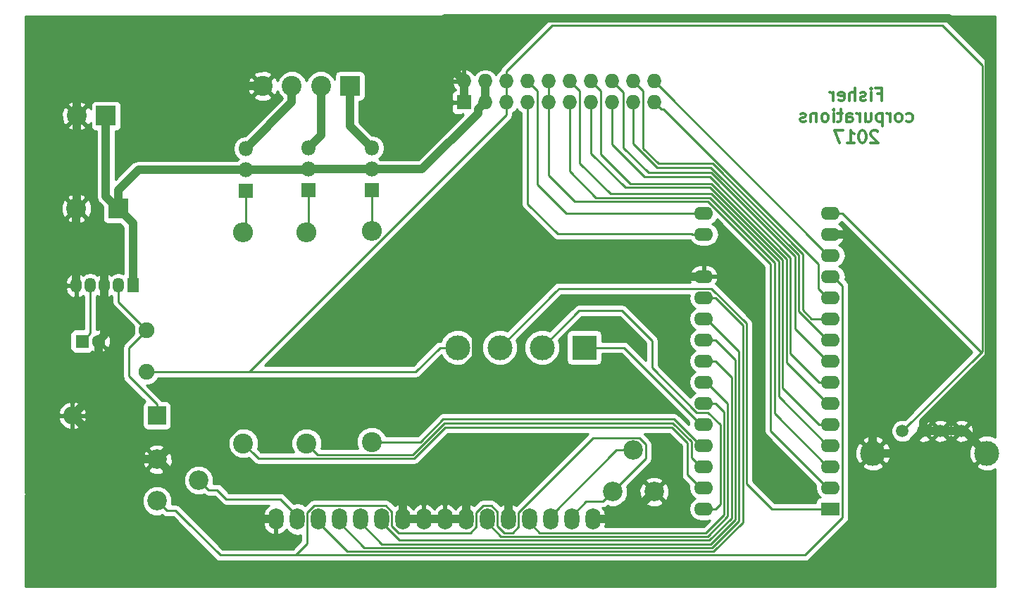
<source format=gbr>
G04 #@! TF.FileFunction,Copper,L2,Bot,Mixed*
%FSLAX46Y46*%
G04 Gerber Fmt 4.6, Leading zero omitted, Abs format (unit mm)*
G04 Created by KiCad (PCBNEW 4.0.5) date 06/13/17 16:15:45*
%MOMM*%
%LPD*%
G01*
G04 APERTURE LIST*
%ADD10C,0.100000*%
%ADD11C,0.300000*%
%ADD12R,2.200000X2.200000*%
%ADD13O,2.200000X2.200000*%
%ADD14C,2.340000*%
%ADD15R,2.286000X1.574800*%
%ADD16O,2.286000X1.574800*%
%ADD17O,1.800000X2.600000*%
%ADD18R,1.727200X1.727200*%
%ADD19O,1.727200X1.727200*%
%ADD20R,2.400000X2.400000*%
%ADD21C,2.400000*%
%ADD22R,1.600000X1.600000*%
%ADD23C,1.600000*%
%ADD24C,1.899920*%
%ADD25C,1.500000*%
%ADD26C,3.000000*%
%ADD27R,3.000000X3.000000*%
%ADD28R,1.800000X1.800000*%
%ADD29O,1.800000X1.800000*%
%ADD30O,2.400000X2.400000*%
%ADD31R,1.350000X1.800000*%
%ADD32O,1.350000X1.800000*%
%ADD33C,1.000000*%
%ADD34C,0.250000*%
%ADD35C,0.254000*%
G04 APERTURE END LIST*
D10*
D11*
X116988114Y-27162457D02*
X117488114Y-27162457D01*
X117488114Y-27948171D02*
X117488114Y-26448171D01*
X116773828Y-26448171D01*
X116202400Y-27948171D02*
X116202400Y-26948171D01*
X116202400Y-26448171D02*
X116273829Y-26519600D01*
X116202400Y-26591029D01*
X116130972Y-26519600D01*
X116202400Y-26448171D01*
X116202400Y-26591029D01*
X115559543Y-27876743D02*
X115416686Y-27948171D01*
X115130971Y-27948171D01*
X114988114Y-27876743D01*
X114916686Y-27733886D01*
X114916686Y-27662457D01*
X114988114Y-27519600D01*
X115130971Y-27448171D01*
X115345257Y-27448171D01*
X115488114Y-27376743D01*
X115559543Y-27233886D01*
X115559543Y-27162457D01*
X115488114Y-27019600D01*
X115345257Y-26948171D01*
X115130971Y-26948171D01*
X114988114Y-27019600D01*
X114273828Y-27948171D02*
X114273828Y-26448171D01*
X113630971Y-27948171D02*
X113630971Y-27162457D01*
X113702400Y-27019600D01*
X113845257Y-26948171D01*
X114059542Y-26948171D01*
X114202400Y-27019600D01*
X114273828Y-27091029D01*
X112345257Y-27876743D02*
X112488114Y-27948171D01*
X112773828Y-27948171D01*
X112916685Y-27876743D01*
X112988114Y-27733886D01*
X112988114Y-27162457D01*
X112916685Y-27019600D01*
X112773828Y-26948171D01*
X112488114Y-26948171D01*
X112345257Y-27019600D01*
X112273828Y-27162457D01*
X112273828Y-27305314D01*
X112988114Y-27448171D01*
X111630971Y-27948171D02*
X111630971Y-26948171D01*
X111630971Y-27233886D02*
X111559543Y-27091029D01*
X111488114Y-27019600D01*
X111345257Y-26948171D01*
X111202400Y-26948171D01*
X120488114Y-30426743D02*
X120630971Y-30498171D01*
X120916685Y-30498171D01*
X121059543Y-30426743D01*
X121130971Y-30355314D01*
X121202400Y-30212457D01*
X121202400Y-29783886D01*
X121130971Y-29641029D01*
X121059543Y-29569600D01*
X120916685Y-29498171D01*
X120630971Y-29498171D01*
X120488114Y-29569600D01*
X119630971Y-30498171D02*
X119773829Y-30426743D01*
X119845257Y-30355314D01*
X119916686Y-30212457D01*
X119916686Y-29783886D01*
X119845257Y-29641029D01*
X119773829Y-29569600D01*
X119630971Y-29498171D01*
X119416686Y-29498171D01*
X119273829Y-29569600D01*
X119202400Y-29641029D01*
X119130971Y-29783886D01*
X119130971Y-30212457D01*
X119202400Y-30355314D01*
X119273829Y-30426743D01*
X119416686Y-30498171D01*
X119630971Y-30498171D01*
X118488114Y-30498171D02*
X118488114Y-29498171D01*
X118488114Y-29783886D02*
X118416686Y-29641029D01*
X118345257Y-29569600D01*
X118202400Y-29498171D01*
X118059543Y-29498171D01*
X117559543Y-29498171D02*
X117559543Y-30998171D01*
X117559543Y-29569600D02*
X117416686Y-29498171D01*
X117130972Y-29498171D01*
X116988115Y-29569600D01*
X116916686Y-29641029D01*
X116845257Y-29783886D01*
X116845257Y-30212457D01*
X116916686Y-30355314D01*
X116988115Y-30426743D01*
X117130972Y-30498171D01*
X117416686Y-30498171D01*
X117559543Y-30426743D01*
X115559543Y-29498171D02*
X115559543Y-30498171D01*
X116202400Y-29498171D02*
X116202400Y-30283886D01*
X116130972Y-30426743D01*
X115988114Y-30498171D01*
X115773829Y-30498171D01*
X115630972Y-30426743D01*
X115559543Y-30355314D01*
X114845257Y-30498171D02*
X114845257Y-29498171D01*
X114845257Y-29783886D02*
X114773829Y-29641029D01*
X114702400Y-29569600D01*
X114559543Y-29498171D01*
X114416686Y-29498171D01*
X113273829Y-30498171D02*
X113273829Y-29712457D01*
X113345258Y-29569600D01*
X113488115Y-29498171D01*
X113773829Y-29498171D01*
X113916686Y-29569600D01*
X113273829Y-30426743D02*
X113416686Y-30498171D01*
X113773829Y-30498171D01*
X113916686Y-30426743D01*
X113988115Y-30283886D01*
X113988115Y-30141029D01*
X113916686Y-29998171D01*
X113773829Y-29926743D01*
X113416686Y-29926743D01*
X113273829Y-29855314D01*
X112773829Y-29498171D02*
X112202400Y-29498171D01*
X112559543Y-28998171D02*
X112559543Y-30283886D01*
X112488115Y-30426743D01*
X112345257Y-30498171D01*
X112202400Y-30498171D01*
X111702400Y-30498171D02*
X111702400Y-29498171D01*
X111702400Y-28998171D02*
X111773829Y-29069600D01*
X111702400Y-29141029D01*
X111630972Y-29069600D01*
X111702400Y-28998171D01*
X111702400Y-29141029D01*
X110773828Y-30498171D02*
X110916686Y-30426743D01*
X110988114Y-30355314D01*
X111059543Y-30212457D01*
X111059543Y-29783886D01*
X110988114Y-29641029D01*
X110916686Y-29569600D01*
X110773828Y-29498171D01*
X110559543Y-29498171D01*
X110416686Y-29569600D01*
X110345257Y-29641029D01*
X110273828Y-29783886D01*
X110273828Y-30212457D01*
X110345257Y-30355314D01*
X110416686Y-30426743D01*
X110559543Y-30498171D01*
X110773828Y-30498171D01*
X109630971Y-29498171D02*
X109630971Y-30498171D01*
X109630971Y-29641029D02*
X109559543Y-29569600D01*
X109416685Y-29498171D01*
X109202400Y-29498171D01*
X109059543Y-29569600D01*
X108988114Y-29712457D01*
X108988114Y-30498171D01*
X108345257Y-30426743D02*
X108202400Y-30498171D01*
X107916685Y-30498171D01*
X107773828Y-30426743D01*
X107702400Y-30283886D01*
X107702400Y-30212457D01*
X107773828Y-30069600D01*
X107916685Y-29998171D01*
X108130971Y-29998171D01*
X108273828Y-29926743D01*
X108345257Y-29783886D01*
X108345257Y-29712457D01*
X108273828Y-29569600D01*
X108130971Y-29498171D01*
X107916685Y-29498171D01*
X107773828Y-29569600D01*
X117023828Y-31691029D02*
X116952399Y-31619600D01*
X116809542Y-31548171D01*
X116452399Y-31548171D01*
X116309542Y-31619600D01*
X116238113Y-31691029D01*
X116166685Y-31833886D01*
X116166685Y-31976743D01*
X116238113Y-32191029D01*
X117095256Y-33048171D01*
X116166685Y-33048171D01*
X115238114Y-31548171D02*
X115095257Y-31548171D01*
X114952400Y-31619600D01*
X114880971Y-31691029D01*
X114809542Y-31833886D01*
X114738114Y-32119600D01*
X114738114Y-32476743D01*
X114809542Y-32762457D01*
X114880971Y-32905314D01*
X114952400Y-32976743D01*
X115095257Y-33048171D01*
X115238114Y-33048171D01*
X115380971Y-32976743D01*
X115452400Y-32905314D01*
X115523828Y-32762457D01*
X115595257Y-32476743D01*
X115595257Y-32119600D01*
X115523828Y-31833886D01*
X115452400Y-31691029D01*
X115380971Y-31619600D01*
X115238114Y-31548171D01*
X113309543Y-33048171D02*
X114166686Y-33048171D01*
X113738114Y-33048171D02*
X113738114Y-31548171D01*
X113880971Y-31762457D01*
X114023829Y-31905314D01*
X114166686Y-31976743D01*
X112809543Y-31548171D02*
X111809543Y-31548171D01*
X112452400Y-33048171D01*
D12*
X30353000Y-65836800D03*
D13*
X20193000Y-65836800D03*
D14*
X30382200Y-71109200D03*
X35382200Y-73609200D03*
X30382200Y-76109200D03*
D15*
X111328200Y-77063600D03*
D16*
X111328200Y-74523600D03*
X111328200Y-71983600D03*
X111328200Y-69443600D03*
X111328200Y-66903600D03*
X111328200Y-64363600D03*
X111328200Y-61823600D03*
X111328200Y-59283600D03*
X111328200Y-56743600D03*
X111328200Y-54203600D03*
X111328200Y-51663600D03*
X111328200Y-49123600D03*
X111328200Y-46583600D03*
X111328200Y-44043600D03*
X111328200Y-41503600D03*
X96088200Y-41503600D03*
X96088200Y-44043600D03*
X96088200Y-49123600D03*
X96088200Y-51663600D03*
X96088200Y-54203600D03*
X96088200Y-56743600D03*
X96088200Y-59283600D03*
X96088200Y-61823600D03*
X96088200Y-64363600D03*
X96088200Y-66903600D03*
X96088200Y-69443600D03*
X96088200Y-71983600D03*
X96088200Y-74523600D03*
X96088200Y-77063600D03*
D17*
X82753200Y-78308200D03*
X80213200Y-78308200D03*
X77673200Y-78308200D03*
X75133200Y-78308200D03*
X72593200Y-78308200D03*
X70053200Y-78308200D03*
X67513200Y-78308200D03*
X64973200Y-78308200D03*
X62433200Y-78308200D03*
X59893200Y-78308200D03*
X57353200Y-78308200D03*
X54813200Y-78308200D03*
X52273200Y-78308200D03*
X49733200Y-78308200D03*
X47193200Y-78308200D03*
X44653200Y-78308200D03*
D18*
X67284600Y-28168600D03*
D19*
X67284600Y-25628600D03*
X69824600Y-28168600D03*
X69824600Y-25628600D03*
X72364600Y-28168600D03*
X72364600Y-25628600D03*
X74904600Y-28168600D03*
X74904600Y-25628600D03*
X77444600Y-28168600D03*
X77444600Y-25628600D03*
X79984600Y-28168600D03*
X79984600Y-25628600D03*
X82524600Y-28168600D03*
X82524600Y-25628600D03*
X85064600Y-28168600D03*
X85064600Y-25628600D03*
X87604600Y-28168600D03*
X87604600Y-25628600D03*
X90144600Y-28168600D03*
X90144600Y-25628600D03*
D20*
X25679400Y-40944800D03*
D21*
X20679400Y-40944800D03*
D22*
X21361400Y-56896000D03*
D23*
X23361400Y-56896000D03*
D21*
X20731600Y-29794200D03*
D20*
X24231600Y-29794200D03*
D21*
X46568600Y-26212800D03*
X43068600Y-26212800D03*
X50068600Y-26212800D03*
D20*
X53568600Y-26212800D03*
D24*
X29133800Y-55565040D03*
X29133800Y-60563760D03*
D25*
X127099600Y-67691000D03*
X124559600Y-67691000D03*
X122529600Y-67691000D03*
X119989600Y-67691000D03*
D26*
X130149600Y-70361000D03*
X116429600Y-70361000D03*
X76657200Y-57658000D03*
X71577200Y-57658000D03*
D27*
X81737200Y-57658000D03*
D26*
X66497200Y-57658000D03*
D28*
X56184800Y-38735000D03*
D29*
X56184800Y-36195000D03*
X56184800Y-33655000D03*
D28*
X48564800Y-38709600D03*
D29*
X48564800Y-36169600D03*
X48564800Y-33629600D03*
D28*
X41021000Y-38811200D03*
D29*
X41021000Y-36271200D03*
X41021000Y-33731200D03*
D21*
X56184800Y-69011800D03*
D30*
X56184800Y-43611800D03*
D21*
X48336200Y-69189600D03*
D30*
X48336200Y-43789600D03*
D21*
X40741600Y-69189600D03*
D30*
X40741600Y-43789600D03*
D14*
X85144600Y-75006200D03*
X87644600Y-70006200D03*
X90144600Y-75006200D03*
D31*
X27457400Y-50190400D03*
D32*
X25757400Y-50190400D03*
X24057400Y-50190400D03*
X22357400Y-50190400D03*
X20657400Y-50190400D03*
D33*
X69824600Y-28168600D02*
X68961001Y-29032199D01*
X68961001Y-29032199D02*
X68961001Y-29479401D01*
X68961001Y-29479401D02*
X62245402Y-36195000D01*
X62245402Y-36195000D02*
X57457592Y-36195000D01*
X57457592Y-36195000D02*
X56184800Y-36195000D01*
X69824600Y-25628600D02*
X69824600Y-28168600D01*
X48564800Y-36169600D02*
X56159400Y-36169600D01*
X56159400Y-36169600D02*
X56184800Y-36195000D01*
X41021000Y-36271200D02*
X48463200Y-36271200D01*
X48463200Y-36271200D02*
X48564800Y-36169600D01*
X41021000Y-36271200D02*
X28153000Y-36271200D01*
X28153000Y-36271200D02*
X25679400Y-38744800D01*
X25679400Y-38744800D02*
X25679400Y-40944800D01*
X27457400Y-50190400D02*
X27457400Y-42722800D01*
X27457400Y-42722800D02*
X25679400Y-40944800D01*
X24231600Y-29794200D02*
X24231600Y-39497000D01*
X24231600Y-39497000D02*
X25679400Y-40944800D01*
X59893200Y-78308200D02*
X59893200Y-76008200D01*
X59893200Y-76008200D02*
X57269400Y-73384400D01*
X57269400Y-73384400D02*
X40596198Y-73384400D01*
X40596198Y-73384400D02*
X37150999Y-69939201D01*
X30382200Y-71109200D02*
X31552199Y-72279199D01*
X31552199Y-72885428D02*
X36974971Y-78308200D01*
X31552199Y-72279199D02*
X31552199Y-72885428D01*
X30382200Y-71109200D02*
X31552199Y-69939201D01*
X31552199Y-69939201D02*
X37150999Y-69939201D01*
X37150999Y-69939201D02*
X40304031Y-66786169D01*
X20193000Y-65836800D02*
X25465400Y-71109200D01*
X25465400Y-71109200D02*
X30382200Y-71109200D01*
X71755000Y-74980800D02*
X72593200Y-75819000D01*
X72593200Y-75819000D02*
X72593200Y-78308200D01*
X68540600Y-74980800D02*
X71755000Y-74980800D01*
X67513200Y-78308200D02*
X67513200Y-76008200D01*
X67513200Y-76008200D02*
X68540600Y-74980800D01*
X96088200Y-49123600D02*
X71775598Y-49123600D01*
X71775598Y-49123600D02*
X68697201Y-52201997D01*
X68697201Y-52201997D02*
X68697201Y-58861599D01*
X68697201Y-58861599D02*
X60772631Y-66786169D01*
X60772631Y-66786169D02*
X40304031Y-66786169D01*
X111328200Y-44043600D02*
X113471200Y-44043600D01*
X113471200Y-44043600D02*
X116429600Y-47002000D01*
X116429600Y-47002000D02*
X116429600Y-68239680D01*
X116429600Y-68239680D02*
X116429600Y-70361000D01*
X65455800Y-23799800D02*
X59232800Y-23799800D01*
X59232800Y-23799800D02*
X39547800Y-23799800D01*
X125552200Y-18059400D02*
X64973200Y-18059400D01*
X64973200Y-18059400D02*
X59232800Y-23799800D01*
X130403600Y-22910800D02*
X125552200Y-18059400D01*
X130403600Y-58756340D02*
X130403600Y-22910800D01*
X122529600Y-67691000D02*
X122529600Y-66630340D01*
X122529600Y-66630340D02*
X130403600Y-58756340D01*
X122529600Y-67691000D02*
X119859600Y-70361000D01*
X119859600Y-70361000D02*
X116429600Y-70361000D01*
X127099600Y-67691000D02*
X127479600Y-67691000D01*
X127479600Y-67691000D02*
X130149600Y-70361000D01*
X127099600Y-67691000D02*
X124559600Y-67691000D01*
X122529600Y-67691000D02*
X124559600Y-67691000D01*
X22615944Y-26212800D02*
X37134800Y-26212800D01*
X39547800Y-23799800D02*
X37134800Y-26212800D01*
X37134800Y-26212800D02*
X41371544Y-26212800D01*
X67284600Y-25628600D02*
X65455800Y-23799800D01*
X67284600Y-28168600D02*
X67284600Y-25628600D01*
X90144600Y-75006200D02*
X86842600Y-78308200D01*
X86842600Y-78308200D02*
X82753200Y-78308200D01*
X67513200Y-78308200D02*
X67513200Y-78185445D01*
X72593200Y-78185445D02*
X72593200Y-78308200D01*
X64973200Y-78308200D02*
X67513200Y-78308200D01*
X62433200Y-78308200D02*
X64973200Y-78308200D01*
X59893200Y-78308200D02*
X62433200Y-78308200D01*
X59893200Y-77908200D02*
X59893200Y-78308200D01*
X44653200Y-78308200D02*
X36974971Y-78308200D01*
X23361400Y-56896000D02*
X23361400Y-62668400D01*
X23361400Y-62668400D02*
X20193000Y-65836800D01*
X24057400Y-50190400D02*
X24057400Y-56200000D01*
X24057400Y-56200000D02*
X23361400Y-56896000D01*
X20657400Y-50190400D02*
X20657400Y-46812200D01*
X24057400Y-50190400D02*
X24057400Y-48290400D01*
X20657400Y-46812200D02*
X20657400Y-40966800D01*
X22579200Y-46812200D02*
X20657400Y-46812200D01*
X24057400Y-48290400D02*
X22579200Y-46812200D01*
X20657400Y-40966800D02*
X20679400Y-40944800D01*
X20731600Y-29794200D02*
X20731600Y-28097144D01*
X20731600Y-28097144D02*
X22615944Y-26212800D01*
X41371544Y-26212800D02*
X43068600Y-26212800D01*
X20731600Y-29794200D02*
X20731600Y-40892600D01*
X20731600Y-40892600D02*
X20679400Y-40944800D01*
D34*
X22357400Y-50190400D02*
X22357400Y-55900000D01*
X22357400Y-55900000D02*
X21361400Y-56896000D01*
X29133800Y-55565040D02*
X26974800Y-57724040D01*
X26974800Y-57724040D02*
X26974800Y-61108600D01*
X26974800Y-61108600D02*
X30353000Y-64486800D01*
X30353000Y-64486800D02*
X30353000Y-65836800D01*
X25757400Y-50190400D02*
X25757400Y-52188640D01*
X25757400Y-52188640D02*
X29133800Y-55565040D01*
X33705800Y-78384400D02*
X33832800Y-78511400D01*
X33832800Y-78511400D02*
X37954670Y-82633270D01*
X30382200Y-76109200D02*
X31552199Y-77279199D01*
X31552199Y-77279199D02*
X32600599Y-77279199D01*
X32600599Y-77279199D02*
X33832800Y-78511400D01*
X37954670Y-82633270D02*
X47015400Y-82633270D01*
X71278210Y-79125635D02*
X71278210Y-77400785D01*
X47015400Y-82633270D02*
X108273932Y-82633270D01*
X85144600Y-75006200D02*
X89139601Y-71011199D01*
X82797776Y-68511199D02*
X73818210Y-77490765D01*
X69545785Y-76683190D02*
X68738210Y-77490765D01*
X57860615Y-76683190D02*
X49225785Y-76683190D01*
X89139601Y-71011199D02*
X89139601Y-69288599D01*
X89139601Y-69288599D02*
X88362201Y-68511199D01*
X88362201Y-68511199D02*
X82797776Y-68511199D01*
X73818210Y-77490765D02*
X73818210Y-79215615D01*
X68020615Y-79933210D02*
X59385785Y-79933210D01*
X73818210Y-79215615D02*
X73100615Y-79933210D01*
X73100615Y-79933210D02*
X72085785Y-79933210D01*
X72085785Y-79933210D02*
X71278210Y-79125635D01*
X71278210Y-77400785D02*
X70560615Y-76683190D01*
X48418210Y-81230460D02*
X47015400Y-82633270D01*
X70560615Y-76683190D02*
X69545785Y-76683190D01*
X68738210Y-77490765D02*
X68738210Y-79215615D01*
X48418210Y-77490765D02*
X48418210Y-81230460D01*
X68738210Y-79215615D02*
X68020615Y-79933210D01*
X59385785Y-79933210D02*
X58578210Y-79125635D01*
X58578210Y-79125635D02*
X58578210Y-77400785D01*
X58578210Y-77400785D02*
X57860615Y-76683190D01*
X49225785Y-76683190D02*
X48418210Y-77490765D01*
X85144600Y-75006200D02*
X83974601Y-76176199D01*
X108273932Y-82633270D02*
X112796201Y-78111001D01*
X112796201Y-78111001D02*
X112796201Y-50236001D01*
X112796201Y-50236001D02*
X111683800Y-49123600D01*
X111683800Y-49123600D02*
X111328200Y-49123600D01*
X83974601Y-76176199D02*
X81945201Y-76176199D01*
X81945201Y-76176199D02*
X80213200Y-77908200D01*
X80213200Y-77908200D02*
X80213200Y-78308200D01*
X87644600Y-70006200D02*
X85575200Y-70006200D01*
X85575200Y-70006200D02*
X77673200Y-77908200D01*
X77673200Y-77908200D02*
X77673200Y-78308200D01*
X96088200Y-64363600D02*
X97481200Y-64363600D01*
X97481200Y-64363600D02*
X98526600Y-65409000D01*
X98526600Y-65409000D02*
X98526600Y-77774800D01*
X98526600Y-77774800D02*
X96368190Y-79933210D01*
X76358210Y-79933210D02*
X75133200Y-78708200D01*
X96368190Y-79933210D02*
X76358210Y-79933210D01*
X75133200Y-78708200D02*
X75133200Y-78308200D01*
X96088200Y-61823600D02*
X96443800Y-61823600D01*
X96443800Y-61823600D02*
X98976610Y-64356410D01*
X98976610Y-64356410D02*
X98976609Y-77961201D01*
X70053200Y-78708200D02*
X70053200Y-78308200D01*
X98976609Y-77961201D02*
X96554590Y-80383220D01*
X96554590Y-80383220D02*
X71728220Y-80383220D01*
X71728220Y-80383220D02*
X70053200Y-78708200D01*
X96088200Y-59283600D02*
X97481200Y-59283600D01*
X97481200Y-59283600D02*
X99426619Y-61229019D01*
X99426619Y-61229019D02*
X99426618Y-78147602D01*
X99426618Y-78147602D02*
X96740990Y-80833230D01*
X96740990Y-80833230D02*
X59478230Y-80833230D01*
X59478230Y-80833230D02*
X57353200Y-78708200D01*
X57353200Y-78708200D02*
X57353200Y-78308200D01*
X96088200Y-56743600D02*
X97481200Y-56743600D01*
X97481200Y-56743600D02*
X99876627Y-59139027D01*
X99876627Y-59139027D02*
X99876627Y-78334003D01*
X96927390Y-81283240D02*
X57388240Y-81283240D01*
X99876627Y-78334003D02*
X96927390Y-81283240D01*
X57388240Y-81283240D02*
X54813200Y-78708200D01*
X54813200Y-78708200D02*
X54813200Y-78308200D01*
X96088200Y-54203600D02*
X96443800Y-54203600D01*
X96443800Y-54203600D02*
X100326637Y-58086437D01*
X100326637Y-58086437D02*
X100326636Y-78520404D01*
X100326636Y-78520404D02*
X97113790Y-81733250D01*
X97113790Y-81733250D02*
X55298250Y-81733250D01*
X55298250Y-81733250D02*
X52273200Y-78708200D01*
X52273200Y-78708200D02*
X52273200Y-78308200D01*
X96088200Y-51663600D02*
X97481200Y-51663600D01*
X100776646Y-54959047D02*
X100776645Y-78706805D01*
X97481200Y-51663600D02*
X100776646Y-54959047D01*
X97300190Y-82183260D02*
X53208260Y-82183260D01*
X100776645Y-78706805D02*
X97300190Y-82183260D01*
X53208260Y-82183260D02*
X49733200Y-78708200D01*
X49733200Y-78708200D02*
X49733200Y-78308200D01*
X35382200Y-73609200D02*
X36552199Y-74779199D01*
X36552199Y-74779199D02*
X37600599Y-74779199D01*
X37600599Y-74779199D02*
X38705800Y-75884400D01*
X38705800Y-75884400D02*
X45169400Y-75884400D01*
X45169400Y-75884400D02*
X47193200Y-77908200D01*
X47193200Y-77908200D02*
X47193200Y-78308200D01*
D33*
X46568600Y-26212800D02*
X46568600Y-28183600D01*
X46568600Y-28183600D02*
X41021000Y-33731200D01*
X50068600Y-26212800D02*
X50068600Y-32125800D01*
X50068600Y-32125800D02*
X48564800Y-33629600D01*
D34*
X112721200Y-41503600D02*
X129413000Y-58195400D01*
X29133800Y-60563760D02*
X41300400Y-60563760D01*
X41300400Y-60563760D02*
X41489842Y-60563760D01*
X66497200Y-57658000D02*
X64375880Y-57658000D01*
X61470120Y-60563760D02*
X41300400Y-60563760D01*
X64375880Y-57658000D02*
X61470120Y-60563760D01*
X129578590Y-58102010D02*
X129413000Y-58267600D01*
X129413000Y-58195400D02*
X129413000Y-58267600D01*
X129413000Y-58267600D02*
X119989600Y-67691000D01*
X111328200Y-41503600D02*
X112721200Y-41503600D01*
X129578590Y-23711390D02*
X129578590Y-58102010D01*
X77887476Y-18884410D02*
X124751610Y-18884410D01*
X124751610Y-18884410D02*
X129578590Y-23711390D01*
X72364600Y-25628600D02*
X72364600Y-24407286D01*
X72364600Y-24407286D02*
X77887476Y-18884410D01*
X72364600Y-25628600D02*
X72364600Y-26849914D01*
X72364600Y-26849914D02*
X72364600Y-28168600D01*
X41489842Y-60563760D02*
X72364600Y-29689002D01*
X72364600Y-29689002D02*
X72364600Y-29389914D01*
X72364600Y-29389914D02*
X72364600Y-28168600D01*
X96088200Y-44043600D02*
X94695200Y-44043600D01*
X94695200Y-44043600D02*
X94644400Y-43992800D01*
X94644400Y-43992800D02*
X78511400Y-43992800D01*
X78511400Y-43992800D02*
X74904600Y-40386000D01*
X74904600Y-40386000D02*
X74904600Y-28168600D01*
X104140000Y-47626615D02*
X104140000Y-67691000D01*
X104140000Y-67691000D02*
X110972600Y-74523600D01*
X110972600Y-74523600D02*
X111328200Y-74523600D01*
X96619985Y-40106600D02*
X104140000Y-47626615D01*
X77444600Y-28168600D02*
X77444600Y-25628600D01*
X80594200Y-40106600D02*
X77444600Y-36957000D01*
X96619985Y-40106600D02*
X80594200Y-40106600D01*
X77444600Y-36957000D02*
X77444600Y-28168600D01*
X111328200Y-71983600D02*
X110972600Y-71983600D01*
X110972600Y-71983600D02*
X104590010Y-65601010D01*
X104590010Y-65601010D02*
X104590009Y-47440214D01*
X104590009Y-47440214D02*
X96799195Y-39649400D01*
X96799195Y-39649400D02*
X83159600Y-39649400D01*
X83159600Y-39649400D02*
X79984600Y-36474400D01*
X79984600Y-36474400D02*
X79984600Y-28168600D01*
X105105200Y-47318995D02*
X105105200Y-63576200D01*
X105105200Y-63576200D02*
X110972600Y-69443600D01*
X110972600Y-69443600D02*
X111328200Y-69443600D01*
X81173201Y-35488999D02*
X84883592Y-39199390D01*
X84883592Y-39199390D02*
X96985596Y-39199391D01*
X96985596Y-39199391D02*
X105105200Y-47318995D01*
X79984600Y-25628600D02*
X81173201Y-26817201D01*
X81173201Y-26817201D02*
X81173201Y-35488999D01*
X86639400Y-38430200D02*
X82524600Y-34315400D01*
X82524600Y-34315400D02*
X82524600Y-28168600D01*
X96852815Y-38430200D02*
X86639400Y-38430200D01*
X111328200Y-66903600D02*
X109935200Y-66903600D01*
X109935200Y-66903600D02*
X105555210Y-62523610D01*
X105555210Y-62523610D02*
X105555209Y-47132594D01*
X105555209Y-47132594D02*
X96852815Y-38430200D01*
X111328200Y-66903600D02*
X110972600Y-66903600D01*
X71577200Y-57658000D02*
X78333600Y-50901600D01*
X101226655Y-54744655D02*
X97033190Y-50551190D01*
X97033190Y-50551190D02*
X78684010Y-50551190D01*
X78684010Y-50551190D02*
X78333600Y-50901600D01*
X104292400Y-77063600D02*
X111328200Y-77063600D01*
X101226655Y-73997855D02*
X104292400Y-77063600D01*
X101226655Y-54744655D02*
X101226655Y-73997855D01*
X111328200Y-77063600D02*
X111328200Y-76452385D01*
X86283800Y-53213000D02*
X81102200Y-53213000D01*
X81102200Y-53213000D02*
X76657200Y-57658000D01*
X89890600Y-56819800D02*
X86283800Y-53213000D01*
X89890600Y-60094785D02*
X89890600Y-56819800D01*
X98076590Y-76468210D02*
X98076590Y-66963205D01*
X98076590Y-66963205D02*
X96589395Y-65476010D01*
X96589395Y-65476010D02*
X95271825Y-65476010D01*
X95271825Y-65476010D02*
X89890600Y-60094785D01*
X96088200Y-77063600D02*
X97481200Y-77063600D01*
X97481200Y-77063600D02*
X98076590Y-76468210D01*
X95732600Y-77063600D02*
X96088200Y-77063600D01*
X86487000Y-57658000D02*
X81737200Y-57658000D01*
X96088200Y-66903600D02*
X95732600Y-66903600D01*
X95732600Y-66903600D02*
X86487000Y-57658000D01*
X56184800Y-38735000D02*
X56184800Y-39885000D01*
X56184800Y-39885000D02*
X56184800Y-43611800D01*
X48564800Y-38709600D02*
X48564800Y-43561000D01*
X48564800Y-43561000D02*
X48336200Y-43789600D01*
X41021000Y-38811200D02*
X41021000Y-43510200D01*
X41021000Y-43510200D02*
X40741600Y-43789600D01*
X64770000Y-66243200D02*
X62001400Y-69011800D01*
X62001400Y-69011800D02*
X56184800Y-69011800D01*
X92532200Y-66243200D02*
X64770000Y-66243200D01*
X95732600Y-69443600D02*
X92532200Y-66243200D01*
X95732600Y-69443600D02*
X96088200Y-69443600D01*
X92378390Y-66725800D02*
X64923810Y-66725800D01*
X64923810Y-66725800D02*
X61112809Y-70536801D01*
X61112809Y-70536801D02*
X49683401Y-70536801D01*
X49683401Y-70536801D02*
X49536199Y-70389599D01*
X49536199Y-70389599D02*
X48336200Y-69189600D01*
X94620190Y-68967600D02*
X92378390Y-66725800D01*
X95732600Y-71983600D02*
X94620190Y-70871190D01*
X94620190Y-70871190D02*
X94620190Y-68967600D01*
X95732600Y-71983600D02*
X96088200Y-71983600D01*
X65026820Y-67259200D02*
X61299209Y-70986811D01*
X61299209Y-70986811D02*
X42538811Y-70986811D01*
X42538811Y-70986811D02*
X41941599Y-70389599D01*
X41941599Y-70389599D02*
X40741600Y-69189600D01*
X94170181Y-69154001D02*
X92275380Y-67259200D01*
X92275380Y-67259200D02*
X65026820Y-67259200D01*
X95732600Y-74523600D02*
X94170181Y-72961181D01*
X94170181Y-72961181D02*
X94170181Y-69154001D01*
X95732600Y-74523600D02*
X96088200Y-74523600D01*
X106070400Y-47011375D02*
X106070400Y-59461400D01*
X106070400Y-59461400D02*
X110972600Y-64363600D01*
X110972600Y-64363600D02*
X111328200Y-64363600D01*
X83713201Y-34411801D02*
X87281590Y-37980190D01*
X87281590Y-37980190D02*
X97039216Y-37980191D01*
X97039216Y-37980191D02*
X106070400Y-47011375D01*
X82524600Y-25628600D02*
X83713201Y-26817201D01*
X83713201Y-26817201D02*
X83713201Y-34411801D01*
X88950800Y-37134800D02*
X85064600Y-33248600D01*
X85064600Y-33248600D02*
X85064600Y-28168600D01*
X96830235Y-37134800D02*
X88950800Y-37134800D01*
X111328200Y-61823600D02*
X109935200Y-61823600D01*
X109935200Y-61823600D02*
X106520410Y-58408810D01*
X106520410Y-58408810D02*
X106520409Y-46824974D01*
X106520409Y-46824974D02*
X96830235Y-37134800D01*
X107061000Y-46729155D02*
X107061000Y-55372000D01*
X107061000Y-55372000D02*
X110972600Y-59283600D01*
X110972600Y-59283600D02*
X111328200Y-59283600D01*
X89433400Y-36652200D02*
X96984045Y-36652200D01*
X96984045Y-36652200D02*
X107061000Y-46729155D01*
X86415999Y-33634799D02*
X89433400Y-36652200D01*
X85064600Y-25628600D02*
X86415999Y-26979999D01*
X86415999Y-26979999D02*
X86415999Y-33634799D01*
X90449400Y-35991800D02*
X87604600Y-33147000D01*
X87604600Y-33147000D02*
X87604600Y-28168600D01*
X96960055Y-35991800D02*
X90449400Y-35991800D01*
X111328200Y-56743600D02*
X110972600Y-56743600D01*
X110972600Y-56743600D02*
X107511010Y-53282010D01*
X107511010Y-53282010D02*
X107511009Y-46542754D01*
X107511009Y-46542754D02*
X96960055Y-35991800D01*
X108026200Y-53160790D02*
X109069010Y-54203600D01*
X109069010Y-54203600D02*
X111328200Y-54203600D01*
X88793201Y-33699191D02*
X90635800Y-35541790D01*
X90635800Y-35541790D02*
X97146456Y-35541791D01*
X97146456Y-35541791D02*
X108026200Y-46421535D01*
X108026200Y-46421535D02*
X108026200Y-53160790D01*
X87604600Y-25628600D02*
X88793201Y-26817201D01*
X88793201Y-26817201D02*
X88793201Y-33699191D01*
X111328200Y-54203600D02*
X110972600Y-54203600D01*
X91273274Y-29032199D02*
X91008199Y-29032199D01*
X91008199Y-29032199D02*
X90144600Y-28168600D01*
X109860190Y-47619115D02*
X109860190Y-50551190D01*
X110972600Y-51663600D02*
X111328200Y-51663600D01*
X91273274Y-29032199D02*
X109860190Y-47619115D01*
X109860190Y-50551190D02*
X110972600Y-51663600D01*
X90144600Y-25628600D02*
X111099600Y-46583600D01*
X111099600Y-46583600D02*
X111328200Y-46583600D01*
X111328200Y-46583600D02*
X110972600Y-46583600D01*
D33*
X53568600Y-26212800D02*
X53568600Y-31038800D01*
X53568600Y-31038800D02*
X56184800Y-33655000D01*
D34*
X79552800Y-41503600D02*
X76093201Y-38044001D01*
X76093201Y-38044001D02*
X76093201Y-26817201D01*
X76093201Y-26817201D02*
X75768199Y-26492199D01*
X75768199Y-26492199D02*
X74904600Y-25628600D01*
X96088200Y-41503600D02*
X79552800Y-41503600D01*
D35*
G36*
X131090600Y-68436696D02*
X130533413Y-68218277D01*
X129684213Y-68234503D01*
X128975018Y-68528261D01*
X128815235Y-68847030D01*
X130149600Y-70181395D01*
X130163743Y-70167253D01*
X130343348Y-70346858D01*
X130329205Y-70361000D01*
X130343348Y-70375143D01*
X130163743Y-70554748D01*
X130149600Y-70540605D01*
X128815235Y-71874970D01*
X128975018Y-72193739D01*
X129765787Y-72503723D01*
X130614987Y-72487497D01*
X131090600Y-72290492D01*
X131090600Y-86412000D01*
X14553000Y-86412000D01*
X14553000Y-75367636D01*
X22736637Y-75133148D01*
X22785741Y-75121731D01*
X22826534Y-75092110D01*
X22852588Y-75048951D01*
X22859799Y-74999057D01*
X22847030Y-74950288D01*
X22816293Y-74910329D01*
X22772431Y-74885476D01*
X22729363Y-74879252D01*
X14553000Y-75113532D01*
X14553000Y-72384686D01*
X29286320Y-72384686D01*
X29405786Y-72669184D01*
X30077090Y-72924094D01*
X30794846Y-72902704D01*
X31358614Y-72669184D01*
X31478080Y-72384686D01*
X30382200Y-71288805D01*
X29286320Y-72384686D01*
X14553000Y-72384686D01*
X14553000Y-70804090D01*
X28567306Y-70804090D01*
X28588696Y-71521846D01*
X28822216Y-72085614D01*
X29106714Y-72205080D01*
X30202595Y-71109200D01*
X30561805Y-71109200D01*
X31657686Y-72205080D01*
X31942184Y-72085614D01*
X32197094Y-71414310D01*
X32175704Y-70696554D01*
X31942184Y-70132786D01*
X31657686Y-70013320D01*
X30561805Y-71109200D01*
X30202595Y-71109200D01*
X29106714Y-70013320D01*
X28822216Y-70132786D01*
X28567306Y-70804090D01*
X14553000Y-70804090D01*
X14553000Y-69833714D01*
X29286320Y-69833714D01*
X30382200Y-70929595D01*
X31478080Y-69833714D01*
X31358614Y-69549216D01*
X30687310Y-69294306D01*
X29969554Y-69315696D01*
X29405786Y-69549216D01*
X29286320Y-69833714D01*
X14553000Y-69833714D01*
X14553000Y-66232922D01*
X18503825Y-66232922D01*
X18718466Y-66751132D01*
X19180608Y-67245812D01*
X19796877Y-67525983D01*
X20066000Y-67408404D01*
X20066000Y-65963800D01*
X20320000Y-65963800D01*
X20320000Y-67408404D01*
X20589123Y-67525983D01*
X21205392Y-67245812D01*
X21667534Y-66751132D01*
X21882175Y-66232922D01*
X21764125Y-65963800D01*
X20320000Y-65963800D01*
X20066000Y-65963800D01*
X18621875Y-65963800D01*
X18503825Y-66232922D01*
X14553000Y-66232922D01*
X14553000Y-65440678D01*
X18503825Y-65440678D01*
X18621875Y-65709800D01*
X20066000Y-65709800D01*
X20066000Y-64265196D01*
X20320000Y-64265196D01*
X20320000Y-65709800D01*
X21764125Y-65709800D01*
X21882175Y-65440678D01*
X21667534Y-64922468D01*
X21205392Y-64427788D01*
X20589123Y-64147617D01*
X20320000Y-64265196D01*
X20066000Y-64265196D01*
X19796877Y-64147617D01*
X19180608Y-64427788D01*
X18718466Y-64922468D01*
X18503825Y-65440678D01*
X14553000Y-65440678D01*
X14553000Y-56096000D01*
X19913960Y-56096000D01*
X19913960Y-57696000D01*
X19958238Y-57931317D01*
X20097310Y-58147441D01*
X20309510Y-58292431D01*
X20561400Y-58343440D01*
X22161400Y-58343440D01*
X22396717Y-58299162D01*
X22612841Y-58160090D01*
X22617377Y-58153452D01*
X23144623Y-58342965D01*
X23714854Y-58315778D01*
X24115405Y-58149864D01*
X24189539Y-57903745D01*
X23361400Y-57075605D01*
X23347258Y-57089748D01*
X23167653Y-56910143D01*
X23181795Y-56896000D01*
X23541005Y-56896000D01*
X24369145Y-57724139D01*
X24615264Y-57650005D01*
X24808365Y-57112777D01*
X24781178Y-56542546D01*
X24615264Y-56141995D01*
X24369145Y-56067861D01*
X23541005Y-56896000D01*
X23181795Y-56896000D01*
X23167652Y-56881858D01*
X23347258Y-56702253D01*
X23361400Y-56716395D01*
X24189539Y-55888255D01*
X24115405Y-55642136D01*
X23578177Y-55449035D01*
X23117400Y-55471004D01*
X23117400Y-51482907D01*
X23207554Y-51422668D01*
X23655190Y-51670929D01*
X23728000Y-51683310D01*
X23930400Y-51559624D01*
X23930400Y-50317400D01*
X23910400Y-50317400D01*
X23910400Y-50063400D01*
X23930400Y-50063400D01*
X23930400Y-48821176D01*
X23728000Y-48697490D01*
X23655190Y-48709871D01*
X23207554Y-48958132D01*
X22858715Y-48725046D01*
X22357400Y-48625328D01*
X21856085Y-48725046D01*
X21507246Y-48958132D01*
X21059610Y-48709871D01*
X20986800Y-48697490D01*
X20784400Y-48821176D01*
X20784400Y-50063400D01*
X20804400Y-50063400D01*
X20804400Y-50317400D01*
X20784400Y-50317400D01*
X20784400Y-51559624D01*
X20986800Y-51683310D01*
X21059610Y-51670929D01*
X21507246Y-51422668D01*
X21597400Y-51482907D01*
X21597400Y-55448560D01*
X20561400Y-55448560D01*
X20326083Y-55492838D01*
X20109959Y-55631910D01*
X19964969Y-55844110D01*
X19913960Y-56096000D01*
X14553000Y-56096000D01*
X14553000Y-50524276D01*
X19343523Y-50524276D01*
X19485201Y-51018787D01*
X19805336Y-51421438D01*
X20255190Y-51670929D01*
X20328000Y-51683310D01*
X20530400Y-51559624D01*
X20530400Y-50317400D01*
X19501417Y-50317400D01*
X19343523Y-50524276D01*
X14553000Y-50524276D01*
X14553000Y-49856524D01*
X19343523Y-49856524D01*
X19501417Y-50063400D01*
X20530400Y-50063400D01*
X20530400Y-48821176D01*
X20328000Y-48697490D01*
X20255190Y-48709871D01*
X19805336Y-48959362D01*
X19485201Y-49362013D01*
X19343523Y-49856524D01*
X14553000Y-49856524D01*
X14553000Y-42241975D01*
X19561830Y-42241975D01*
X19684965Y-42529588D01*
X20367134Y-42789507D01*
X21096843Y-42768586D01*
X21673835Y-42529588D01*
X21796970Y-42241975D01*
X20679400Y-41124405D01*
X19561830Y-42241975D01*
X14553000Y-42241975D01*
X14553000Y-40632534D01*
X18834693Y-40632534D01*
X18855614Y-41362243D01*
X19094612Y-41939235D01*
X19382225Y-42062370D01*
X20499795Y-40944800D01*
X20859005Y-40944800D01*
X21976575Y-42062370D01*
X22264188Y-41939235D01*
X22524107Y-41257066D01*
X22503186Y-40527357D01*
X22264188Y-39950365D01*
X21976575Y-39827230D01*
X20859005Y-40944800D01*
X20499795Y-40944800D01*
X19382225Y-39827230D01*
X19094612Y-39950365D01*
X18834693Y-40632534D01*
X14553000Y-40632534D01*
X14553000Y-39647625D01*
X19561830Y-39647625D01*
X20679400Y-40765195D01*
X21796970Y-39647625D01*
X21673835Y-39360012D01*
X20991666Y-39100093D01*
X20261957Y-39121014D01*
X19684965Y-39360012D01*
X19561830Y-39647625D01*
X14553000Y-39647625D01*
X14553000Y-31091375D01*
X19614030Y-31091375D01*
X19737165Y-31378988D01*
X20419334Y-31638907D01*
X21149043Y-31617986D01*
X21726035Y-31378988D01*
X21849170Y-31091375D01*
X20731600Y-29973805D01*
X19614030Y-31091375D01*
X14553000Y-31091375D01*
X14553000Y-29481934D01*
X18886893Y-29481934D01*
X18907814Y-30211643D01*
X19146812Y-30788635D01*
X19434425Y-30911770D01*
X20551995Y-29794200D01*
X20911205Y-29794200D01*
X22028775Y-30911770D01*
X22316388Y-30788635D01*
X22384160Y-30610764D01*
X22384160Y-30994200D01*
X22428438Y-31229517D01*
X22567510Y-31445641D01*
X22779710Y-31590631D01*
X23031600Y-31641640D01*
X23096600Y-31641640D01*
X23096600Y-39497000D01*
X23182997Y-39931346D01*
X23383508Y-40231431D01*
X23429034Y-40299566D01*
X23831960Y-40702492D01*
X23831960Y-42144800D01*
X23876238Y-42380117D01*
X24015310Y-42596241D01*
X24227510Y-42741231D01*
X24479400Y-42792240D01*
X25921708Y-42792240D01*
X26322400Y-43192932D01*
X26322400Y-48767599D01*
X26258715Y-48725046D01*
X25757400Y-48625328D01*
X25256085Y-48725046D01*
X24907246Y-48958132D01*
X24459610Y-48709871D01*
X24386800Y-48697490D01*
X24184400Y-48821176D01*
X24184400Y-50063400D01*
X24204400Y-50063400D01*
X24204400Y-50317400D01*
X24184400Y-50317400D01*
X24184400Y-51559624D01*
X24386800Y-51683310D01*
X24459610Y-51670929D01*
X24907246Y-51422668D01*
X24997400Y-51482907D01*
X24997400Y-52188640D01*
X25055252Y-52479479D01*
X25219999Y-52726041D01*
X27605811Y-55111853D01*
X27549116Y-55248389D01*
X27548566Y-55878925D01*
X27606033Y-56018005D01*
X26437399Y-57186639D01*
X26272652Y-57433201D01*
X26214800Y-57724040D01*
X26214800Y-61108600D01*
X26272652Y-61399439D01*
X26437399Y-61646001D01*
X28961311Y-64169913D01*
X28801559Y-64272710D01*
X28656569Y-64484910D01*
X28605560Y-64736800D01*
X28605560Y-66936800D01*
X28649838Y-67172117D01*
X28788910Y-67388241D01*
X29001110Y-67533231D01*
X29253000Y-67584240D01*
X31453000Y-67584240D01*
X31688317Y-67539962D01*
X31904441Y-67400890D01*
X32049431Y-67188690D01*
X32100440Y-66936800D01*
X32100440Y-64736800D01*
X32056162Y-64501483D01*
X31917090Y-64285359D01*
X31704890Y-64140369D01*
X31453000Y-64089360D01*
X30983920Y-64089360D01*
X30890401Y-63949399D01*
X29089684Y-62148682D01*
X29447685Y-62148994D01*
X30030435Y-61908207D01*
X30476680Y-61462740D01*
X30534390Y-61323760D01*
X61470120Y-61323760D01*
X61760959Y-61265908D01*
X62007521Y-61101161D01*
X64556567Y-58552115D01*
X64686180Y-58865800D01*
X65286241Y-59466909D01*
X66070659Y-59792628D01*
X66920015Y-59793370D01*
X67705000Y-59469020D01*
X68306109Y-58868959D01*
X68631828Y-58084541D01*
X68632570Y-57235185D01*
X68308220Y-56450200D01*
X67708159Y-55849091D01*
X66923741Y-55523372D01*
X66074385Y-55522630D01*
X65289400Y-55846980D01*
X64688291Y-56447041D01*
X64501036Y-56898000D01*
X64375880Y-56898000D01*
X64085040Y-56955852D01*
X63838479Y-57120599D01*
X61155318Y-59803760D01*
X43324644Y-59803760D01*
X54351864Y-48776540D01*
X94353190Y-48776540D01*
X94475348Y-48996600D01*
X95961200Y-48996600D01*
X95961200Y-47701200D01*
X96215200Y-47701200D01*
X96215200Y-48996600D01*
X97701052Y-48996600D01*
X97823210Y-48776540D01*
X97806527Y-48696604D01*
X97539391Y-48207614D01*
X97105462Y-47858075D01*
X96570800Y-47701200D01*
X96215200Y-47701200D01*
X95961200Y-47701200D01*
X95605600Y-47701200D01*
X95070938Y-47858075D01*
X94637009Y-48207614D01*
X94369873Y-48696604D01*
X94353190Y-48776540D01*
X54351864Y-48776540D01*
X72902001Y-30226404D01*
X73066747Y-29979842D01*
X73066748Y-29979841D01*
X73124600Y-29689002D01*
X73124600Y-29448120D01*
X73453629Y-29228270D01*
X73634600Y-28957428D01*
X73815571Y-29228270D01*
X74144600Y-29448120D01*
X74144600Y-40386000D01*
X74202452Y-40676839D01*
X74367199Y-40923401D01*
X77973999Y-44530201D01*
X78220560Y-44694948D01*
X78268814Y-44704546D01*
X78511400Y-44752800D01*
X94439813Y-44752800D01*
X94502080Y-44765186D01*
X94691978Y-45049389D01*
X95153438Y-45357726D01*
X95697767Y-45466000D01*
X96478633Y-45466000D01*
X97022962Y-45357726D01*
X97484422Y-45049389D01*
X97792759Y-44587929D01*
X97901033Y-44043600D01*
X97792759Y-43499271D01*
X97484422Y-43037811D01*
X97089001Y-42773600D01*
X97484422Y-42509389D01*
X97670094Y-42231511D01*
X103380000Y-47941417D01*
X103380000Y-67691000D01*
X103437852Y-67981839D01*
X103602599Y-68228401D01*
X109578817Y-74204619D01*
X109515367Y-74523600D01*
X109623641Y-75067929D01*
X109931978Y-75529389D01*
X110103660Y-75644103D01*
X109949883Y-75673038D01*
X109733759Y-75812110D01*
X109588769Y-76024310D01*
X109537760Y-76276200D01*
X109537760Y-76303600D01*
X104607202Y-76303600D01*
X101986655Y-73683053D01*
X101986655Y-54744655D01*
X101928803Y-54453816D01*
X101764056Y-54207254D01*
X97570591Y-50013789D01*
X97558059Y-50005415D01*
X97806527Y-49550596D01*
X97823210Y-49470660D01*
X97701052Y-49250600D01*
X96215200Y-49250600D01*
X96215200Y-49270600D01*
X95961200Y-49270600D01*
X95961200Y-49250600D01*
X94475348Y-49250600D01*
X94353190Y-49470660D01*
X94369873Y-49550596D01*
X94501310Y-49791190D01*
X78684010Y-49791190D01*
X78393171Y-49849042D01*
X78146609Y-50013789D01*
X72451217Y-55709181D01*
X72003741Y-55523372D01*
X71154385Y-55522630D01*
X70369400Y-55846980D01*
X69768291Y-56447041D01*
X69442572Y-57231459D01*
X69441830Y-58080815D01*
X69766180Y-58865800D01*
X70366241Y-59466909D01*
X71150659Y-59792628D01*
X72000015Y-59793370D01*
X72785000Y-59469020D01*
X73386109Y-58868959D01*
X73711828Y-58084541D01*
X73712570Y-57235185D01*
X73526102Y-56783900D01*
X78998812Y-51311190D01*
X94345466Y-51311190D01*
X94275367Y-51663600D01*
X94383641Y-52207929D01*
X94691978Y-52669389D01*
X95087399Y-52933600D01*
X94691978Y-53197811D01*
X94383641Y-53659271D01*
X94275367Y-54203600D01*
X94383641Y-54747929D01*
X94691978Y-55209389D01*
X95087399Y-55473600D01*
X94691978Y-55737811D01*
X94383641Y-56199271D01*
X94275367Y-56743600D01*
X94383641Y-57287929D01*
X94691978Y-57749389D01*
X95087399Y-58013600D01*
X94691978Y-58277811D01*
X94383641Y-58739271D01*
X94275367Y-59283600D01*
X94383641Y-59827929D01*
X94691978Y-60289389D01*
X95087399Y-60553600D01*
X94691978Y-60817811D01*
X94383641Y-61279271D01*
X94275367Y-61823600D01*
X94383641Y-62367929D01*
X94691978Y-62829389D01*
X95087399Y-63093600D01*
X94691978Y-63357811D01*
X94506306Y-63635689D01*
X90650600Y-59779983D01*
X90650600Y-56819800D01*
X90592748Y-56528961D01*
X90592748Y-56528960D01*
X90428001Y-56282399D01*
X86821201Y-52675599D01*
X86574639Y-52510852D01*
X86283800Y-52453000D01*
X81102200Y-52453000D01*
X80811360Y-52510852D01*
X80564799Y-52675599D01*
X77531217Y-55709181D01*
X77083741Y-55523372D01*
X76234385Y-55522630D01*
X75449400Y-55846980D01*
X74848291Y-56447041D01*
X74522572Y-57231459D01*
X74521830Y-58080815D01*
X74846180Y-58865800D01*
X75446241Y-59466909D01*
X76230659Y-59792628D01*
X77080015Y-59793370D01*
X77865000Y-59469020D01*
X78466109Y-58868959D01*
X78791828Y-58084541D01*
X78792570Y-57235185D01*
X78606102Y-56783900D01*
X81417002Y-53973000D01*
X85968998Y-53973000D01*
X89130600Y-57134602D01*
X89130600Y-59226798D01*
X87024401Y-57120599D01*
X86777839Y-56955852D01*
X86487000Y-56898000D01*
X83884640Y-56898000D01*
X83884640Y-56158000D01*
X83840362Y-55922683D01*
X83701290Y-55706559D01*
X83489090Y-55561569D01*
X83237200Y-55510560D01*
X80237200Y-55510560D01*
X80001883Y-55554838D01*
X79785759Y-55693910D01*
X79640769Y-55906110D01*
X79589760Y-56158000D01*
X79589760Y-59158000D01*
X79634038Y-59393317D01*
X79773110Y-59609441D01*
X79985310Y-59754431D01*
X80237200Y-59805440D01*
X83237200Y-59805440D01*
X83472517Y-59761162D01*
X83688641Y-59622090D01*
X83833631Y-59409890D01*
X83884640Y-59158000D01*
X83884640Y-58418000D01*
X86172198Y-58418000D01*
X94338817Y-66584619D01*
X94275367Y-66903600D01*
X94277345Y-66913543D01*
X93069601Y-65705799D01*
X92823039Y-65541052D01*
X92532200Y-65483200D01*
X64770000Y-65483200D01*
X64479161Y-65541052D01*
X64232599Y-65705799D01*
X61686598Y-68251800D01*
X57856248Y-68251800D01*
X57741345Y-67973714D01*
X57225601Y-67457070D01*
X56551405Y-67177119D01*
X55821397Y-67176482D01*
X55146714Y-67455255D01*
X54630070Y-67970999D01*
X54350119Y-68645195D01*
X54349482Y-69375203D01*
X54515419Y-69776801D01*
X50079281Y-69776801D01*
X50170881Y-69556205D01*
X50171518Y-68826197D01*
X49892745Y-68151514D01*
X49377001Y-67634870D01*
X48702805Y-67354919D01*
X47972797Y-67354282D01*
X47298114Y-67633055D01*
X46781470Y-68148799D01*
X46501519Y-68822995D01*
X46500882Y-69553003D01*
X46779293Y-70226811D01*
X42853613Y-70226811D01*
X42460893Y-69834091D01*
X42576281Y-69556205D01*
X42576918Y-68826197D01*
X42298145Y-68151514D01*
X41782401Y-67634870D01*
X41108205Y-67354919D01*
X40378197Y-67354282D01*
X39703514Y-67633055D01*
X39186870Y-68148799D01*
X38906919Y-68822995D01*
X38906282Y-69553003D01*
X39185055Y-70227686D01*
X39700799Y-70744330D01*
X40374995Y-71024281D01*
X41105003Y-71024918D01*
X41386007Y-70908809D01*
X42001410Y-71524212D01*
X42247971Y-71688959D01*
X42538811Y-71746811D01*
X61299209Y-71746811D01*
X61590048Y-71688959D01*
X61836610Y-71524212D01*
X65341622Y-68019200D01*
X82214973Y-68019200D01*
X73532450Y-76701723D01*
X73063286Y-76441444D01*
X72957940Y-76417164D01*
X72720200Y-76537822D01*
X72720200Y-78181200D01*
X72740200Y-78181200D01*
X72740200Y-78435200D01*
X72720200Y-78435200D01*
X72720200Y-78455200D01*
X72466200Y-78455200D01*
X72466200Y-78435200D01*
X72446200Y-78435200D01*
X72446200Y-78181200D01*
X72466200Y-78181200D01*
X72466200Y-76537822D01*
X72228460Y-76417164D01*
X72123114Y-76441444D01*
X71653950Y-76701723D01*
X71098016Y-76145789D01*
X70851454Y-75981042D01*
X70560615Y-75923190D01*
X69545785Y-75923190D01*
X69254946Y-75981042D01*
X69008384Y-76145789D01*
X68452450Y-76701723D01*
X67983286Y-76441444D01*
X67877940Y-76417164D01*
X67640200Y-76537822D01*
X67640200Y-78181200D01*
X67660200Y-78181200D01*
X67660200Y-78435200D01*
X67640200Y-78435200D01*
X67640200Y-78455200D01*
X67386200Y-78455200D01*
X67386200Y-78435200D01*
X65100200Y-78435200D01*
X65100200Y-78455200D01*
X64846200Y-78455200D01*
X64846200Y-78435200D01*
X62560200Y-78435200D01*
X62560200Y-78455200D01*
X62306200Y-78455200D01*
X62306200Y-78435200D01*
X60020200Y-78435200D01*
X60020200Y-78455200D01*
X59766200Y-78455200D01*
X59766200Y-78435200D01*
X59746200Y-78435200D01*
X59746200Y-78181200D01*
X59766200Y-78181200D01*
X59766200Y-76537822D01*
X60020200Y-76537822D01*
X60020200Y-78181200D01*
X62306200Y-78181200D01*
X62306200Y-76537822D01*
X62560200Y-76537822D01*
X62560200Y-78181200D01*
X64846200Y-78181200D01*
X64846200Y-76537822D01*
X65100200Y-76537822D01*
X65100200Y-78181200D01*
X67386200Y-78181200D01*
X67386200Y-76537822D01*
X67148460Y-76417164D01*
X67043114Y-76441444D01*
X66517594Y-76732988D01*
X66243200Y-77078200D01*
X65968806Y-76732988D01*
X65443286Y-76441444D01*
X65337940Y-76417164D01*
X65100200Y-76537822D01*
X64846200Y-76537822D01*
X64608460Y-76417164D01*
X64503114Y-76441444D01*
X63977594Y-76732988D01*
X63703200Y-77078200D01*
X63428806Y-76732988D01*
X62903286Y-76441444D01*
X62797940Y-76417164D01*
X62560200Y-76537822D01*
X62306200Y-76537822D01*
X62068460Y-76417164D01*
X61963114Y-76441444D01*
X61437594Y-76732988D01*
X61163200Y-77078200D01*
X60888806Y-76732988D01*
X60363286Y-76441444D01*
X60257940Y-76417164D01*
X60020200Y-76537822D01*
X59766200Y-76537822D01*
X59528460Y-76417164D01*
X59423114Y-76441444D01*
X58953950Y-76701723D01*
X58398016Y-76145789D01*
X58151454Y-75981042D01*
X57860615Y-75923190D01*
X49225785Y-75923190D01*
X48934946Y-75981042D01*
X48688384Y-76145789D01*
X48141143Y-76693030D01*
X47780619Y-76452136D01*
X47193200Y-76335291D01*
X46777734Y-76417932D01*
X45706801Y-75346999D01*
X45460239Y-75182252D01*
X45169400Y-75124400D01*
X39020602Y-75124400D01*
X38138000Y-74241798D01*
X37891438Y-74077051D01*
X37600599Y-74019199D01*
X37166379Y-74019199D01*
X37186886Y-73969812D01*
X37187513Y-73251738D01*
X36913297Y-72588085D01*
X36405985Y-72079888D01*
X35742812Y-71804514D01*
X35024738Y-71803887D01*
X34361085Y-72078103D01*
X33852888Y-72585415D01*
X33577514Y-73248588D01*
X33576887Y-73966662D01*
X33851103Y-74630315D01*
X34358415Y-75138512D01*
X35021588Y-75413886D01*
X35739662Y-75414513D01*
X36003638Y-75305440D01*
X36014798Y-75316600D01*
X36261359Y-75481347D01*
X36309613Y-75490945D01*
X36552199Y-75539199D01*
X37285797Y-75539199D01*
X38168399Y-76421801D01*
X38414960Y-76586548D01*
X38705800Y-76644400D01*
X43817277Y-76644400D01*
X43657594Y-76732988D01*
X43283646Y-77203448D01*
X43118200Y-77781200D01*
X43118200Y-78181200D01*
X44526200Y-78181200D01*
X44526200Y-78161200D01*
X44780200Y-78161200D01*
X44780200Y-78181200D01*
X44800200Y-78181200D01*
X44800200Y-78435200D01*
X44780200Y-78435200D01*
X44780200Y-80078578D01*
X45017940Y-80199236D01*
X45123286Y-80174956D01*
X45648806Y-79883412D01*
X45917008Y-79545990D01*
X46107791Y-79831518D01*
X46605781Y-80164264D01*
X47193200Y-80281109D01*
X47658210Y-80188613D01*
X47658210Y-80915658D01*
X46700598Y-81873270D01*
X38269472Y-81873270D01*
X34831402Y-78435200D01*
X43118200Y-78435200D01*
X43118200Y-78835200D01*
X43283646Y-79412952D01*
X43657594Y-79883412D01*
X44183114Y-80174956D01*
X44288460Y-80199236D01*
X44526200Y-80078578D01*
X44526200Y-78435200D01*
X43118200Y-78435200D01*
X34831402Y-78435200D01*
X33138000Y-76741798D01*
X32891438Y-76577051D01*
X32600599Y-76519199D01*
X32166379Y-76519199D01*
X32186886Y-76469812D01*
X32187513Y-75751738D01*
X31913297Y-75088085D01*
X31405985Y-74579888D01*
X30742812Y-74304514D01*
X30024738Y-74303887D01*
X29361085Y-74578103D01*
X28852888Y-75085415D01*
X28577514Y-75748588D01*
X28576887Y-76466662D01*
X28851103Y-77130315D01*
X29358415Y-77638512D01*
X30021588Y-77913886D01*
X30739662Y-77914513D01*
X31003638Y-77805440D01*
X31014798Y-77816600D01*
X31261359Y-77981347D01*
X31309613Y-77990945D01*
X31552199Y-78039199D01*
X32285797Y-78039199D01*
X37417269Y-83170671D01*
X37663830Y-83335418D01*
X37712084Y-83345016D01*
X37954670Y-83393270D01*
X108273932Y-83393270D01*
X108564771Y-83335418D01*
X108811333Y-83170671D01*
X113333602Y-78648402D01*
X113498349Y-78401840D01*
X113556201Y-78111001D01*
X113556201Y-71874970D01*
X115095235Y-71874970D01*
X115255018Y-72193739D01*
X116045787Y-72503723D01*
X116894987Y-72487497D01*
X117604182Y-72193739D01*
X117763965Y-71874970D01*
X116429600Y-70540605D01*
X115095235Y-71874970D01*
X113556201Y-71874970D01*
X113556201Y-69977187D01*
X114286877Y-69977187D01*
X114303103Y-70826387D01*
X114596861Y-71535582D01*
X114915630Y-71695365D01*
X116249995Y-70361000D01*
X116609205Y-70361000D01*
X117943570Y-71695365D01*
X118262339Y-71535582D01*
X118572323Y-70744813D01*
X118557656Y-69977187D01*
X128006877Y-69977187D01*
X128023103Y-70826387D01*
X128316861Y-71535582D01*
X128635630Y-71695365D01*
X129969995Y-70361000D01*
X128635630Y-69026635D01*
X128316861Y-69186418D01*
X128006877Y-69977187D01*
X118557656Y-69977187D01*
X118556097Y-69895613D01*
X118262339Y-69186418D01*
X117943570Y-69026635D01*
X116609205Y-70361000D01*
X116249995Y-70361000D01*
X114915630Y-69026635D01*
X114596861Y-69186418D01*
X114286877Y-69977187D01*
X113556201Y-69977187D01*
X113556201Y-68847030D01*
X115095235Y-68847030D01*
X116429600Y-70181395D01*
X117763965Y-68847030D01*
X117604182Y-68528261D01*
X116813413Y-68218277D01*
X115964213Y-68234503D01*
X115255018Y-68528261D01*
X115095235Y-68847030D01*
X113556201Y-68847030D01*
X113556201Y-50236001D01*
X113498349Y-49945162D01*
X113333602Y-49698600D01*
X113077583Y-49442581D01*
X113141033Y-49123600D01*
X113032759Y-48579271D01*
X112724422Y-48117811D01*
X112329001Y-47853600D01*
X112724422Y-47589389D01*
X113032759Y-47127929D01*
X113141033Y-46583600D01*
X113032759Y-46039271D01*
X112724422Y-45577811D01*
X112329370Y-45313846D01*
X112345462Y-45309125D01*
X112779391Y-44959586D01*
X113046527Y-44470596D01*
X113063210Y-44390660D01*
X112941052Y-44170600D01*
X111455200Y-44170600D01*
X111455200Y-44190600D01*
X111201200Y-44190600D01*
X111201200Y-44170600D01*
X111181200Y-44170600D01*
X111181200Y-43916600D01*
X111201200Y-43916600D01*
X111201200Y-43896600D01*
X111455200Y-43896600D01*
X111455200Y-43916600D01*
X112941052Y-43916600D01*
X113063210Y-43696540D01*
X113046527Y-43616604D01*
X112779391Y-43127614D01*
X112345462Y-42778075D01*
X112329370Y-42773354D01*
X112681120Y-42538322D01*
X128374298Y-58231500D01*
X120289800Y-66315998D01*
X120266302Y-66306241D01*
X119715315Y-66305760D01*
X119206085Y-66516169D01*
X118816139Y-66905436D01*
X118604841Y-67414298D01*
X118604360Y-67965285D01*
X118814769Y-68474515D01*
X119204036Y-68864461D01*
X119712898Y-69075759D01*
X120263885Y-69076240D01*
X120773115Y-68865831D01*
X120976783Y-68662517D01*
X121737688Y-68662517D01*
X121805677Y-68903460D01*
X122324771Y-69088201D01*
X122875048Y-69060230D01*
X123253523Y-68903460D01*
X123321512Y-68662517D01*
X123767688Y-68662517D01*
X123835677Y-68903460D01*
X124354771Y-69088201D01*
X124905048Y-69060230D01*
X125283523Y-68903460D01*
X125351512Y-68662517D01*
X126307688Y-68662517D01*
X126375677Y-68903460D01*
X126894771Y-69088201D01*
X127445048Y-69060230D01*
X127823523Y-68903460D01*
X127891512Y-68662517D01*
X127099600Y-67870605D01*
X126307688Y-68662517D01*
X125351512Y-68662517D01*
X124559600Y-67870605D01*
X123767688Y-68662517D01*
X123321512Y-68662517D01*
X122529600Y-67870605D01*
X121737688Y-68662517D01*
X120976783Y-68662517D01*
X121163061Y-68476564D01*
X121252977Y-68260021D01*
X121317140Y-68414923D01*
X121558083Y-68482912D01*
X122349995Y-67691000D01*
X122709205Y-67691000D01*
X123286337Y-68268132D01*
X123347140Y-68414923D01*
X123466930Y-68448725D01*
X123501117Y-68482912D01*
X123544600Y-68470642D01*
X123588083Y-68482912D01*
X123622270Y-68448725D01*
X123742060Y-68414923D01*
X123789571Y-68281424D01*
X124379995Y-67691000D01*
X124739205Y-67691000D01*
X125531117Y-68482912D01*
X125772060Y-68414923D01*
X125825242Y-68265489D01*
X125887140Y-68414923D01*
X126128083Y-68482912D01*
X126919995Y-67691000D01*
X127279205Y-67691000D01*
X128071117Y-68482912D01*
X128312060Y-68414923D01*
X128496801Y-67895829D01*
X128468830Y-67345552D01*
X128312060Y-66967077D01*
X128071117Y-66899088D01*
X127279205Y-67691000D01*
X126919995Y-67691000D01*
X126128083Y-66899088D01*
X125887140Y-66967077D01*
X125833958Y-67116511D01*
X125772060Y-66967077D01*
X125531117Y-66899088D01*
X124739205Y-67691000D01*
X124379995Y-67691000D01*
X123802863Y-67113868D01*
X123742060Y-66967077D01*
X123622270Y-66933275D01*
X123588083Y-66899088D01*
X123544600Y-66911358D01*
X123501117Y-66899088D01*
X123466930Y-66933275D01*
X123347140Y-66967077D01*
X123299629Y-67100576D01*
X122709205Y-67691000D01*
X122349995Y-67691000D01*
X122335853Y-67676858D01*
X122515458Y-67497253D01*
X122529600Y-67511395D01*
X123321512Y-66719483D01*
X123767688Y-66719483D01*
X124559600Y-67511395D01*
X125351512Y-66719483D01*
X126307688Y-66719483D01*
X127099600Y-67511395D01*
X127891512Y-66719483D01*
X127823523Y-66478540D01*
X127304429Y-66293799D01*
X126754152Y-66321770D01*
X126375677Y-66478540D01*
X126307688Y-66719483D01*
X125351512Y-66719483D01*
X125283523Y-66478540D01*
X124764429Y-66293799D01*
X124214152Y-66321770D01*
X123835677Y-66478540D01*
X123767688Y-66719483D01*
X123321512Y-66719483D01*
X123253523Y-66478540D01*
X122734429Y-66293799D01*
X122446992Y-66308410D01*
X130115991Y-58639411D01*
X130280738Y-58392849D01*
X130338590Y-58102010D01*
X130338590Y-23711390D01*
X130280738Y-23420551D01*
X130115991Y-23173989D01*
X125289011Y-18347009D01*
X125042449Y-18182262D01*
X124751610Y-18124410D01*
X77887476Y-18124410D01*
X77596637Y-18182262D01*
X77350075Y-18347009D01*
X71827199Y-23869885D01*
X71662452Y-24116447D01*
X71617953Y-24340158D01*
X71275571Y-24568930D01*
X71094600Y-24839772D01*
X70913629Y-24568930D01*
X70427448Y-24244074D01*
X69853959Y-24130000D01*
X69795241Y-24130000D01*
X69221752Y-24244074D01*
X68735571Y-24568930D01*
X68554608Y-24839761D01*
X68173090Y-24421779D01*
X67643627Y-24173632D01*
X67411600Y-24294131D01*
X67411600Y-25501600D01*
X67431600Y-25501600D01*
X67431600Y-25755600D01*
X67411600Y-25755600D01*
X67411600Y-28041600D01*
X67431600Y-28041600D01*
X67431600Y-28295600D01*
X67411600Y-28295600D01*
X67411600Y-28315600D01*
X67157600Y-28315600D01*
X67157600Y-28295600D01*
X65944750Y-28295600D01*
X65786000Y-28454350D01*
X65786000Y-29158510D01*
X65882673Y-29391899D01*
X66061302Y-29570527D01*
X66294691Y-29667200D01*
X66998850Y-29667200D01*
X67157598Y-29508452D01*
X67157598Y-29667200D01*
X67168070Y-29667200D01*
X61775270Y-35060000D01*
X57240997Y-35060000D01*
X57038955Y-34925000D01*
X57270209Y-34770481D01*
X57602955Y-34272491D01*
X57719800Y-33685072D01*
X57719800Y-33624928D01*
X57602955Y-33037509D01*
X57270209Y-32539519D01*
X56772219Y-32206773D01*
X56234808Y-32099875D01*
X54703600Y-30568668D01*
X54703600Y-28060240D01*
X54768600Y-28060240D01*
X55003917Y-28015962D01*
X55220041Y-27876890D01*
X55365031Y-27664690D01*
X55416040Y-27412800D01*
X55416040Y-27178690D01*
X65786000Y-27178690D01*
X65786000Y-27882850D01*
X65944750Y-28041600D01*
X67157600Y-28041600D01*
X67157600Y-25755600D01*
X65950783Y-25755600D01*
X65829642Y-25987626D01*
X66001912Y-26403547D01*
X66258720Y-26684900D01*
X66061302Y-26766673D01*
X65882673Y-26945301D01*
X65786000Y-27178690D01*
X55416040Y-27178690D01*
X55416040Y-25269574D01*
X65829642Y-25269574D01*
X65950783Y-25501600D01*
X67157600Y-25501600D01*
X67157600Y-24294131D01*
X66925573Y-24173632D01*
X66396110Y-24421779D01*
X66001912Y-24853653D01*
X65829642Y-25269574D01*
X55416040Y-25269574D01*
X55416040Y-25012800D01*
X55371762Y-24777483D01*
X55232690Y-24561359D01*
X55020490Y-24416369D01*
X54768600Y-24365360D01*
X52368600Y-24365360D01*
X52133283Y-24409638D01*
X51917159Y-24548710D01*
X51772169Y-24760910D01*
X51721160Y-25012800D01*
X51721160Y-25407088D01*
X51625145Y-25174714D01*
X51109401Y-24658070D01*
X50435205Y-24378119D01*
X49705197Y-24377482D01*
X49030514Y-24656255D01*
X48513870Y-25171999D01*
X48318465Y-25642585D01*
X48125145Y-25174714D01*
X47609401Y-24658070D01*
X46935205Y-24378119D01*
X46205197Y-24377482D01*
X45530514Y-24656255D01*
X45013870Y-25171999D01*
X44823792Y-25629757D01*
X44653388Y-25218365D01*
X44365775Y-25095230D01*
X43248205Y-26212800D01*
X44365775Y-27330370D01*
X44653388Y-27207235D01*
X44816804Y-26778342D01*
X45012055Y-27250886D01*
X45433600Y-27673167D01*
X45433600Y-27713468D01*
X40970993Y-32176075D01*
X40433581Y-32282973D01*
X39935591Y-32615719D01*
X39602845Y-33113709D01*
X39486000Y-33701128D01*
X39486000Y-33761272D01*
X39602845Y-34348691D01*
X39935591Y-34846681D01*
X40166845Y-35001200D01*
X39964803Y-35136200D01*
X28153000Y-35136200D01*
X27718655Y-35222596D01*
X27350434Y-35468634D01*
X25366600Y-37452468D01*
X25366600Y-31641640D01*
X25431600Y-31641640D01*
X25666917Y-31597362D01*
X25883041Y-31458290D01*
X26028031Y-31246090D01*
X26079040Y-30994200D01*
X26079040Y-28594200D01*
X26034762Y-28358883D01*
X25895690Y-28142759D01*
X25683490Y-27997769D01*
X25431600Y-27946760D01*
X23031600Y-27946760D01*
X22796283Y-27991038D01*
X22580159Y-28130110D01*
X22435169Y-28342310D01*
X22384160Y-28594200D01*
X22384160Y-28963381D01*
X22316388Y-28799765D01*
X22028775Y-28676630D01*
X20911205Y-29794200D01*
X20551995Y-29794200D01*
X19434425Y-28676630D01*
X19146812Y-28799765D01*
X18886893Y-29481934D01*
X14553000Y-29481934D01*
X14553000Y-28497025D01*
X19614030Y-28497025D01*
X20731600Y-29614595D01*
X21849170Y-28497025D01*
X21726035Y-28209412D01*
X21043866Y-27949493D01*
X20314157Y-27970414D01*
X19737165Y-28209412D01*
X19614030Y-28497025D01*
X14553000Y-28497025D01*
X14553000Y-27509975D01*
X41951030Y-27509975D01*
X42074165Y-27797588D01*
X42756334Y-28057507D01*
X43486043Y-28036586D01*
X44063035Y-27797588D01*
X44186170Y-27509975D01*
X43068600Y-26392405D01*
X41951030Y-27509975D01*
X14553000Y-27509975D01*
X14553000Y-25900534D01*
X41223893Y-25900534D01*
X41244814Y-26630243D01*
X41483812Y-27207235D01*
X41771425Y-27330370D01*
X42888995Y-26212800D01*
X41771425Y-25095230D01*
X41483812Y-25218365D01*
X41223893Y-25900534D01*
X14553000Y-25900534D01*
X14553000Y-24915625D01*
X41951030Y-24915625D01*
X43068600Y-26033195D01*
X44186170Y-24915625D01*
X44063035Y-24628012D01*
X43380866Y-24368093D01*
X42651157Y-24389014D01*
X42074165Y-24628012D01*
X41951030Y-24915625D01*
X14553000Y-24915625D01*
X14553000Y-17829600D01*
X131090600Y-17829600D01*
X131090600Y-68436696D01*
X131090600Y-68436696D01*
G37*
X131090600Y-68436696D02*
X130533413Y-68218277D01*
X129684213Y-68234503D01*
X128975018Y-68528261D01*
X128815235Y-68847030D01*
X130149600Y-70181395D01*
X130163743Y-70167253D01*
X130343348Y-70346858D01*
X130329205Y-70361000D01*
X130343348Y-70375143D01*
X130163743Y-70554748D01*
X130149600Y-70540605D01*
X128815235Y-71874970D01*
X128975018Y-72193739D01*
X129765787Y-72503723D01*
X130614987Y-72487497D01*
X131090600Y-72290492D01*
X131090600Y-86412000D01*
X14553000Y-86412000D01*
X14553000Y-75367636D01*
X22736637Y-75133148D01*
X22785741Y-75121731D01*
X22826534Y-75092110D01*
X22852588Y-75048951D01*
X22859799Y-74999057D01*
X22847030Y-74950288D01*
X22816293Y-74910329D01*
X22772431Y-74885476D01*
X22729363Y-74879252D01*
X14553000Y-75113532D01*
X14553000Y-72384686D01*
X29286320Y-72384686D01*
X29405786Y-72669184D01*
X30077090Y-72924094D01*
X30794846Y-72902704D01*
X31358614Y-72669184D01*
X31478080Y-72384686D01*
X30382200Y-71288805D01*
X29286320Y-72384686D01*
X14553000Y-72384686D01*
X14553000Y-70804090D01*
X28567306Y-70804090D01*
X28588696Y-71521846D01*
X28822216Y-72085614D01*
X29106714Y-72205080D01*
X30202595Y-71109200D01*
X30561805Y-71109200D01*
X31657686Y-72205080D01*
X31942184Y-72085614D01*
X32197094Y-71414310D01*
X32175704Y-70696554D01*
X31942184Y-70132786D01*
X31657686Y-70013320D01*
X30561805Y-71109200D01*
X30202595Y-71109200D01*
X29106714Y-70013320D01*
X28822216Y-70132786D01*
X28567306Y-70804090D01*
X14553000Y-70804090D01*
X14553000Y-69833714D01*
X29286320Y-69833714D01*
X30382200Y-70929595D01*
X31478080Y-69833714D01*
X31358614Y-69549216D01*
X30687310Y-69294306D01*
X29969554Y-69315696D01*
X29405786Y-69549216D01*
X29286320Y-69833714D01*
X14553000Y-69833714D01*
X14553000Y-66232922D01*
X18503825Y-66232922D01*
X18718466Y-66751132D01*
X19180608Y-67245812D01*
X19796877Y-67525983D01*
X20066000Y-67408404D01*
X20066000Y-65963800D01*
X20320000Y-65963800D01*
X20320000Y-67408404D01*
X20589123Y-67525983D01*
X21205392Y-67245812D01*
X21667534Y-66751132D01*
X21882175Y-66232922D01*
X21764125Y-65963800D01*
X20320000Y-65963800D01*
X20066000Y-65963800D01*
X18621875Y-65963800D01*
X18503825Y-66232922D01*
X14553000Y-66232922D01*
X14553000Y-65440678D01*
X18503825Y-65440678D01*
X18621875Y-65709800D01*
X20066000Y-65709800D01*
X20066000Y-64265196D01*
X20320000Y-64265196D01*
X20320000Y-65709800D01*
X21764125Y-65709800D01*
X21882175Y-65440678D01*
X21667534Y-64922468D01*
X21205392Y-64427788D01*
X20589123Y-64147617D01*
X20320000Y-64265196D01*
X20066000Y-64265196D01*
X19796877Y-64147617D01*
X19180608Y-64427788D01*
X18718466Y-64922468D01*
X18503825Y-65440678D01*
X14553000Y-65440678D01*
X14553000Y-56096000D01*
X19913960Y-56096000D01*
X19913960Y-57696000D01*
X19958238Y-57931317D01*
X20097310Y-58147441D01*
X20309510Y-58292431D01*
X20561400Y-58343440D01*
X22161400Y-58343440D01*
X22396717Y-58299162D01*
X22612841Y-58160090D01*
X22617377Y-58153452D01*
X23144623Y-58342965D01*
X23714854Y-58315778D01*
X24115405Y-58149864D01*
X24189539Y-57903745D01*
X23361400Y-57075605D01*
X23347258Y-57089748D01*
X23167653Y-56910143D01*
X23181795Y-56896000D01*
X23541005Y-56896000D01*
X24369145Y-57724139D01*
X24615264Y-57650005D01*
X24808365Y-57112777D01*
X24781178Y-56542546D01*
X24615264Y-56141995D01*
X24369145Y-56067861D01*
X23541005Y-56896000D01*
X23181795Y-56896000D01*
X23167652Y-56881858D01*
X23347258Y-56702253D01*
X23361400Y-56716395D01*
X24189539Y-55888255D01*
X24115405Y-55642136D01*
X23578177Y-55449035D01*
X23117400Y-55471004D01*
X23117400Y-51482907D01*
X23207554Y-51422668D01*
X23655190Y-51670929D01*
X23728000Y-51683310D01*
X23930400Y-51559624D01*
X23930400Y-50317400D01*
X23910400Y-50317400D01*
X23910400Y-50063400D01*
X23930400Y-50063400D01*
X23930400Y-48821176D01*
X23728000Y-48697490D01*
X23655190Y-48709871D01*
X23207554Y-48958132D01*
X22858715Y-48725046D01*
X22357400Y-48625328D01*
X21856085Y-48725046D01*
X21507246Y-48958132D01*
X21059610Y-48709871D01*
X20986800Y-48697490D01*
X20784400Y-48821176D01*
X20784400Y-50063400D01*
X20804400Y-50063400D01*
X20804400Y-50317400D01*
X20784400Y-50317400D01*
X20784400Y-51559624D01*
X20986800Y-51683310D01*
X21059610Y-51670929D01*
X21507246Y-51422668D01*
X21597400Y-51482907D01*
X21597400Y-55448560D01*
X20561400Y-55448560D01*
X20326083Y-55492838D01*
X20109959Y-55631910D01*
X19964969Y-55844110D01*
X19913960Y-56096000D01*
X14553000Y-56096000D01*
X14553000Y-50524276D01*
X19343523Y-50524276D01*
X19485201Y-51018787D01*
X19805336Y-51421438D01*
X20255190Y-51670929D01*
X20328000Y-51683310D01*
X20530400Y-51559624D01*
X20530400Y-50317400D01*
X19501417Y-50317400D01*
X19343523Y-50524276D01*
X14553000Y-50524276D01*
X14553000Y-49856524D01*
X19343523Y-49856524D01*
X19501417Y-50063400D01*
X20530400Y-50063400D01*
X20530400Y-48821176D01*
X20328000Y-48697490D01*
X20255190Y-48709871D01*
X19805336Y-48959362D01*
X19485201Y-49362013D01*
X19343523Y-49856524D01*
X14553000Y-49856524D01*
X14553000Y-42241975D01*
X19561830Y-42241975D01*
X19684965Y-42529588D01*
X20367134Y-42789507D01*
X21096843Y-42768586D01*
X21673835Y-42529588D01*
X21796970Y-42241975D01*
X20679400Y-41124405D01*
X19561830Y-42241975D01*
X14553000Y-42241975D01*
X14553000Y-40632534D01*
X18834693Y-40632534D01*
X18855614Y-41362243D01*
X19094612Y-41939235D01*
X19382225Y-42062370D01*
X20499795Y-40944800D01*
X20859005Y-40944800D01*
X21976575Y-42062370D01*
X22264188Y-41939235D01*
X22524107Y-41257066D01*
X22503186Y-40527357D01*
X22264188Y-39950365D01*
X21976575Y-39827230D01*
X20859005Y-40944800D01*
X20499795Y-40944800D01*
X19382225Y-39827230D01*
X19094612Y-39950365D01*
X18834693Y-40632534D01*
X14553000Y-40632534D01*
X14553000Y-39647625D01*
X19561830Y-39647625D01*
X20679400Y-40765195D01*
X21796970Y-39647625D01*
X21673835Y-39360012D01*
X20991666Y-39100093D01*
X20261957Y-39121014D01*
X19684965Y-39360012D01*
X19561830Y-39647625D01*
X14553000Y-39647625D01*
X14553000Y-31091375D01*
X19614030Y-31091375D01*
X19737165Y-31378988D01*
X20419334Y-31638907D01*
X21149043Y-31617986D01*
X21726035Y-31378988D01*
X21849170Y-31091375D01*
X20731600Y-29973805D01*
X19614030Y-31091375D01*
X14553000Y-31091375D01*
X14553000Y-29481934D01*
X18886893Y-29481934D01*
X18907814Y-30211643D01*
X19146812Y-30788635D01*
X19434425Y-30911770D01*
X20551995Y-29794200D01*
X20911205Y-29794200D01*
X22028775Y-30911770D01*
X22316388Y-30788635D01*
X22384160Y-30610764D01*
X22384160Y-30994200D01*
X22428438Y-31229517D01*
X22567510Y-31445641D01*
X22779710Y-31590631D01*
X23031600Y-31641640D01*
X23096600Y-31641640D01*
X23096600Y-39497000D01*
X23182997Y-39931346D01*
X23383508Y-40231431D01*
X23429034Y-40299566D01*
X23831960Y-40702492D01*
X23831960Y-42144800D01*
X23876238Y-42380117D01*
X24015310Y-42596241D01*
X24227510Y-42741231D01*
X24479400Y-42792240D01*
X25921708Y-42792240D01*
X26322400Y-43192932D01*
X26322400Y-48767599D01*
X26258715Y-48725046D01*
X25757400Y-48625328D01*
X25256085Y-48725046D01*
X24907246Y-48958132D01*
X24459610Y-48709871D01*
X24386800Y-48697490D01*
X24184400Y-48821176D01*
X24184400Y-50063400D01*
X24204400Y-50063400D01*
X24204400Y-50317400D01*
X24184400Y-50317400D01*
X24184400Y-51559624D01*
X24386800Y-51683310D01*
X24459610Y-51670929D01*
X24907246Y-51422668D01*
X24997400Y-51482907D01*
X24997400Y-52188640D01*
X25055252Y-52479479D01*
X25219999Y-52726041D01*
X27605811Y-55111853D01*
X27549116Y-55248389D01*
X27548566Y-55878925D01*
X27606033Y-56018005D01*
X26437399Y-57186639D01*
X26272652Y-57433201D01*
X26214800Y-57724040D01*
X26214800Y-61108600D01*
X26272652Y-61399439D01*
X26437399Y-61646001D01*
X28961311Y-64169913D01*
X28801559Y-64272710D01*
X28656569Y-64484910D01*
X28605560Y-64736800D01*
X28605560Y-66936800D01*
X28649838Y-67172117D01*
X28788910Y-67388241D01*
X29001110Y-67533231D01*
X29253000Y-67584240D01*
X31453000Y-67584240D01*
X31688317Y-67539962D01*
X31904441Y-67400890D01*
X32049431Y-67188690D01*
X32100440Y-66936800D01*
X32100440Y-64736800D01*
X32056162Y-64501483D01*
X31917090Y-64285359D01*
X31704890Y-64140369D01*
X31453000Y-64089360D01*
X30983920Y-64089360D01*
X30890401Y-63949399D01*
X29089684Y-62148682D01*
X29447685Y-62148994D01*
X30030435Y-61908207D01*
X30476680Y-61462740D01*
X30534390Y-61323760D01*
X61470120Y-61323760D01*
X61760959Y-61265908D01*
X62007521Y-61101161D01*
X64556567Y-58552115D01*
X64686180Y-58865800D01*
X65286241Y-59466909D01*
X66070659Y-59792628D01*
X66920015Y-59793370D01*
X67705000Y-59469020D01*
X68306109Y-58868959D01*
X68631828Y-58084541D01*
X68632570Y-57235185D01*
X68308220Y-56450200D01*
X67708159Y-55849091D01*
X66923741Y-55523372D01*
X66074385Y-55522630D01*
X65289400Y-55846980D01*
X64688291Y-56447041D01*
X64501036Y-56898000D01*
X64375880Y-56898000D01*
X64085040Y-56955852D01*
X63838479Y-57120599D01*
X61155318Y-59803760D01*
X43324644Y-59803760D01*
X54351864Y-48776540D01*
X94353190Y-48776540D01*
X94475348Y-48996600D01*
X95961200Y-48996600D01*
X95961200Y-47701200D01*
X96215200Y-47701200D01*
X96215200Y-48996600D01*
X97701052Y-48996600D01*
X97823210Y-48776540D01*
X97806527Y-48696604D01*
X97539391Y-48207614D01*
X97105462Y-47858075D01*
X96570800Y-47701200D01*
X96215200Y-47701200D01*
X95961200Y-47701200D01*
X95605600Y-47701200D01*
X95070938Y-47858075D01*
X94637009Y-48207614D01*
X94369873Y-48696604D01*
X94353190Y-48776540D01*
X54351864Y-48776540D01*
X72902001Y-30226404D01*
X73066747Y-29979842D01*
X73066748Y-29979841D01*
X73124600Y-29689002D01*
X73124600Y-29448120D01*
X73453629Y-29228270D01*
X73634600Y-28957428D01*
X73815571Y-29228270D01*
X74144600Y-29448120D01*
X74144600Y-40386000D01*
X74202452Y-40676839D01*
X74367199Y-40923401D01*
X77973999Y-44530201D01*
X78220560Y-44694948D01*
X78268814Y-44704546D01*
X78511400Y-44752800D01*
X94439813Y-44752800D01*
X94502080Y-44765186D01*
X94691978Y-45049389D01*
X95153438Y-45357726D01*
X95697767Y-45466000D01*
X96478633Y-45466000D01*
X97022962Y-45357726D01*
X97484422Y-45049389D01*
X97792759Y-44587929D01*
X97901033Y-44043600D01*
X97792759Y-43499271D01*
X97484422Y-43037811D01*
X97089001Y-42773600D01*
X97484422Y-42509389D01*
X97670094Y-42231511D01*
X103380000Y-47941417D01*
X103380000Y-67691000D01*
X103437852Y-67981839D01*
X103602599Y-68228401D01*
X109578817Y-74204619D01*
X109515367Y-74523600D01*
X109623641Y-75067929D01*
X109931978Y-75529389D01*
X110103660Y-75644103D01*
X109949883Y-75673038D01*
X109733759Y-75812110D01*
X109588769Y-76024310D01*
X109537760Y-76276200D01*
X109537760Y-76303600D01*
X104607202Y-76303600D01*
X101986655Y-73683053D01*
X101986655Y-54744655D01*
X101928803Y-54453816D01*
X101764056Y-54207254D01*
X97570591Y-50013789D01*
X97558059Y-50005415D01*
X97806527Y-49550596D01*
X97823210Y-49470660D01*
X97701052Y-49250600D01*
X96215200Y-49250600D01*
X96215200Y-49270600D01*
X95961200Y-49270600D01*
X95961200Y-49250600D01*
X94475348Y-49250600D01*
X94353190Y-49470660D01*
X94369873Y-49550596D01*
X94501310Y-49791190D01*
X78684010Y-49791190D01*
X78393171Y-49849042D01*
X78146609Y-50013789D01*
X72451217Y-55709181D01*
X72003741Y-55523372D01*
X71154385Y-55522630D01*
X70369400Y-55846980D01*
X69768291Y-56447041D01*
X69442572Y-57231459D01*
X69441830Y-58080815D01*
X69766180Y-58865800D01*
X70366241Y-59466909D01*
X71150659Y-59792628D01*
X72000015Y-59793370D01*
X72785000Y-59469020D01*
X73386109Y-58868959D01*
X73711828Y-58084541D01*
X73712570Y-57235185D01*
X73526102Y-56783900D01*
X78998812Y-51311190D01*
X94345466Y-51311190D01*
X94275367Y-51663600D01*
X94383641Y-52207929D01*
X94691978Y-52669389D01*
X95087399Y-52933600D01*
X94691978Y-53197811D01*
X94383641Y-53659271D01*
X94275367Y-54203600D01*
X94383641Y-54747929D01*
X94691978Y-55209389D01*
X95087399Y-55473600D01*
X94691978Y-55737811D01*
X94383641Y-56199271D01*
X94275367Y-56743600D01*
X94383641Y-57287929D01*
X94691978Y-57749389D01*
X95087399Y-58013600D01*
X94691978Y-58277811D01*
X94383641Y-58739271D01*
X94275367Y-59283600D01*
X94383641Y-59827929D01*
X94691978Y-60289389D01*
X95087399Y-60553600D01*
X94691978Y-60817811D01*
X94383641Y-61279271D01*
X94275367Y-61823600D01*
X94383641Y-62367929D01*
X94691978Y-62829389D01*
X95087399Y-63093600D01*
X94691978Y-63357811D01*
X94506306Y-63635689D01*
X90650600Y-59779983D01*
X90650600Y-56819800D01*
X90592748Y-56528961D01*
X90592748Y-56528960D01*
X90428001Y-56282399D01*
X86821201Y-52675599D01*
X86574639Y-52510852D01*
X86283800Y-52453000D01*
X81102200Y-52453000D01*
X80811360Y-52510852D01*
X80564799Y-52675599D01*
X77531217Y-55709181D01*
X77083741Y-55523372D01*
X76234385Y-55522630D01*
X75449400Y-55846980D01*
X74848291Y-56447041D01*
X74522572Y-57231459D01*
X74521830Y-58080815D01*
X74846180Y-58865800D01*
X75446241Y-59466909D01*
X76230659Y-59792628D01*
X77080015Y-59793370D01*
X77865000Y-59469020D01*
X78466109Y-58868959D01*
X78791828Y-58084541D01*
X78792570Y-57235185D01*
X78606102Y-56783900D01*
X81417002Y-53973000D01*
X85968998Y-53973000D01*
X89130600Y-57134602D01*
X89130600Y-59226798D01*
X87024401Y-57120599D01*
X86777839Y-56955852D01*
X86487000Y-56898000D01*
X83884640Y-56898000D01*
X83884640Y-56158000D01*
X83840362Y-55922683D01*
X83701290Y-55706559D01*
X83489090Y-55561569D01*
X83237200Y-55510560D01*
X80237200Y-55510560D01*
X80001883Y-55554838D01*
X79785759Y-55693910D01*
X79640769Y-55906110D01*
X79589760Y-56158000D01*
X79589760Y-59158000D01*
X79634038Y-59393317D01*
X79773110Y-59609441D01*
X79985310Y-59754431D01*
X80237200Y-59805440D01*
X83237200Y-59805440D01*
X83472517Y-59761162D01*
X83688641Y-59622090D01*
X83833631Y-59409890D01*
X83884640Y-59158000D01*
X83884640Y-58418000D01*
X86172198Y-58418000D01*
X94338817Y-66584619D01*
X94275367Y-66903600D01*
X94277345Y-66913543D01*
X93069601Y-65705799D01*
X92823039Y-65541052D01*
X92532200Y-65483200D01*
X64770000Y-65483200D01*
X64479161Y-65541052D01*
X64232599Y-65705799D01*
X61686598Y-68251800D01*
X57856248Y-68251800D01*
X57741345Y-67973714D01*
X57225601Y-67457070D01*
X56551405Y-67177119D01*
X55821397Y-67176482D01*
X55146714Y-67455255D01*
X54630070Y-67970999D01*
X54350119Y-68645195D01*
X54349482Y-69375203D01*
X54515419Y-69776801D01*
X50079281Y-69776801D01*
X50170881Y-69556205D01*
X50171518Y-68826197D01*
X49892745Y-68151514D01*
X49377001Y-67634870D01*
X48702805Y-67354919D01*
X47972797Y-67354282D01*
X47298114Y-67633055D01*
X46781470Y-68148799D01*
X46501519Y-68822995D01*
X46500882Y-69553003D01*
X46779293Y-70226811D01*
X42853613Y-70226811D01*
X42460893Y-69834091D01*
X42576281Y-69556205D01*
X42576918Y-68826197D01*
X42298145Y-68151514D01*
X41782401Y-67634870D01*
X41108205Y-67354919D01*
X40378197Y-67354282D01*
X39703514Y-67633055D01*
X39186870Y-68148799D01*
X38906919Y-68822995D01*
X38906282Y-69553003D01*
X39185055Y-70227686D01*
X39700799Y-70744330D01*
X40374995Y-71024281D01*
X41105003Y-71024918D01*
X41386007Y-70908809D01*
X42001410Y-71524212D01*
X42247971Y-71688959D01*
X42538811Y-71746811D01*
X61299209Y-71746811D01*
X61590048Y-71688959D01*
X61836610Y-71524212D01*
X65341622Y-68019200D01*
X82214973Y-68019200D01*
X73532450Y-76701723D01*
X73063286Y-76441444D01*
X72957940Y-76417164D01*
X72720200Y-76537822D01*
X72720200Y-78181200D01*
X72740200Y-78181200D01*
X72740200Y-78435200D01*
X72720200Y-78435200D01*
X72720200Y-78455200D01*
X72466200Y-78455200D01*
X72466200Y-78435200D01*
X72446200Y-78435200D01*
X72446200Y-78181200D01*
X72466200Y-78181200D01*
X72466200Y-76537822D01*
X72228460Y-76417164D01*
X72123114Y-76441444D01*
X71653950Y-76701723D01*
X71098016Y-76145789D01*
X70851454Y-75981042D01*
X70560615Y-75923190D01*
X69545785Y-75923190D01*
X69254946Y-75981042D01*
X69008384Y-76145789D01*
X68452450Y-76701723D01*
X67983286Y-76441444D01*
X67877940Y-76417164D01*
X67640200Y-76537822D01*
X67640200Y-78181200D01*
X67660200Y-78181200D01*
X67660200Y-78435200D01*
X67640200Y-78435200D01*
X67640200Y-78455200D01*
X67386200Y-78455200D01*
X67386200Y-78435200D01*
X65100200Y-78435200D01*
X65100200Y-78455200D01*
X64846200Y-78455200D01*
X64846200Y-78435200D01*
X62560200Y-78435200D01*
X62560200Y-78455200D01*
X62306200Y-78455200D01*
X62306200Y-78435200D01*
X60020200Y-78435200D01*
X60020200Y-78455200D01*
X59766200Y-78455200D01*
X59766200Y-78435200D01*
X59746200Y-78435200D01*
X59746200Y-78181200D01*
X59766200Y-78181200D01*
X59766200Y-76537822D01*
X60020200Y-76537822D01*
X60020200Y-78181200D01*
X62306200Y-78181200D01*
X62306200Y-76537822D01*
X62560200Y-76537822D01*
X62560200Y-78181200D01*
X64846200Y-78181200D01*
X64846200Y-76537822D01*
X65100200Y-76537822D01*
X65100200Y-78181200D01*
X67386200Y-78181200D01*
X67386200Y-76537822D01*
X67148460Y-76417164D01*
X67043114Y-76441444D01*
X66517594Y-76732988D01*
X66243200Y-77078200D01*
X65968806Y-76732988D01*
X65443286Y-76441444D01*
X65337940Y-76417164D01*
X65100200Y-76537822D01*
X64846200Y-76537822D01*
X64608460Y-76417164D01*
X64503114Y-76441444D01*
X63977594Y-76732988D01*
X63703200Y-77078200D01*
X63428806Y-76732988D01*
X62903286Y-76441444D01*
X62797940Y-76417164D01*
X62560200Y-76537822D01*
X62306200Y-76537822D01*
X62068460Y-76417164D01*
X61963114Y-76441444D01*
X61437594Y-76732988D01*
X61163200Y-77078200D01*
X60888806Y-76732988D01*
X60363286Y-76441444D01*
X60257940Y-76417164D01*
X60020200Y-76537822D01*
X59766200Y-76537822D01*
X59528460Y-76417164D01*
X59423114Y-76441444D01*
X58953950Y-76701723D01*
X58398016Y-76145789D01*
X58151454Y-75981042D01*
X57860615Y-75923190D01*
X49225785Y-75923190D01*
X48934946Y-75981042D01*
X48688384Y-76145789D01*
X48141143Y-76693030D01*
X47780619Y-76452136D01*
X47193200Y-76335291D01*
X46777734Y-76417932D01*
X45706801Y-75346999D01*
X45460239Y-75182252D01*
X45169400Y-75124400D01*
X39020602Y-75124400D01*
X38138000Y-74241798D01*
X37891438Y-74077051D01*
X37600599Y-74019199D01*
X37166379Y-74019199D01*
X37186886Y-73969812D01*
X37187513Y-73251738D01*
X36913297Y-72588085D01*
X36405985Y-72079888D01*
X35742812Y-71804514D01*
X35024738Y-71803887D01*
X34361085Y-72078103D01*
X33852888Y-72585415D01*
X33577514Y-73248588D01*
X33576887Y-73966662D01*
X33851103Y-74630315D01*
X34358415Y-75138512D01*
X35021588Y-75413886D01*
X35739662Y-75414513D01*
X36003638Y-75305440D01*
X36014798Y-75316600D01*
X36261359Y-75481347D01*
X36309613Y-75490945D01*
X36552199Y-75539199D01*
X37285797Y-75539199D01*
X38168399Y-76421801D01*
X38414960Y-76586548D01*
X38705800Y-76644400D01*
X43817277Y-76644400D01*
X43657594Y-76732988D01*
X43283646Y-77203448D01*
X43118200Y-77781200D01*
X43118200Y-78181200D01*
X44526200Y-78181200D01*
X44526200Y-78161200D01*
X44780200Y-78161200D01*
X44780200Y-78181200D01*
X44800200Y-78181200D01*
X44800200Y-78435200D01*
X44780200Y-78435200D01*
X44780200Y-80078578D01*
X45017940Y-80199236D01*
X45123286Y-80174956D01*
X45648806Y-79883412D01*
X45917008Y-79545990D01*
X46107791Y-79831518D01*
X46605781Y-80164264D01*
X47193200Y-80281109D01*
X47658210Y-80188613D01*
X47658210Y-80915658D01*
X46700598Y-81873270D01*
X38269472Y-81873270D01*
X34831402Y-78435200D01*
X43118200Y-78435200D01*
X43118200Y-78835200D01*
X43283646Y-79412952D01*
X43657594Y-79883412D01*
X44183114Y-80174956D01*
X44288460Y-80199236D01*
X44526200Y-80078578D01*
X44526200Y-78435200D01*
X43118200Y-78435200D01*
X34831402Y-78435200D01*
X33138000Y-76741798D01*
X32891438Y-76577051D01*
X32600599Y-76519199D01*
X32166379Y-76519199D01*
X32186886Y-76469812D01*
X32187513Y-75751738D01*
X31913297Y-75088085D01*
X31405985Y-74579888D01*
X30742812Y-74304514D01*
X30024738Y-74303887D01*
X29361085Y-74578103D01*
X28852888Y-75085415D01*
X28577514Y-75748588D01*
X28576887Y-76466662D01*
X28851103Y-77130315D01*
X29358415Y-77638512D01*
X30021588Y-77913886D01*
X30739662Y-77914513D01*
X31003638Y-77805440D01*
X31014798Y-77816600D01*
X31261359Y-77981347D01*
X31309613Y-77990945D01*
X31552199Y-78039199D01*
X32285797Y-78039199D01*
X37417269Y-83170671D01*
X37663830Y-83335418D01*
X37712084Y-83345016D01*
X37954670Y-83393270D01*
X108273932Y-83393270D01*
X108564771Y-83335418D01*
X108811333Y-83170671D01*
X113333602Y-78648402D01*
X113498349Y-78401840D01*
X113556201Y-78111001D01*
X113556201Y-71874970D01*
X115095235Y-71874970D01*
X115255018Y-72193739D01*
X116045787Y-72503723D01*
X116894987Y-72487497D01*
X117604182Y-72193739D01*
X117763965Y-71874970D01*
X116429600Y-70540605D01*
X115095235Y-71874970D01*
X113556201Y-71874970D01*
X113556201Y-69977187D01*
X114286877Y-69977187D01*
X114303103Y-70826387D01*
X114596861Y-71535582D01*
X114915630Y-71695365D01*
X116249995Y-70361000D01*
X116609205Y-70361000D01*
X117943570Y-71695365D01*
X118262339Y-71535582D01*
X118572323Y-70744813D01*
X118557656Y-69977187D01*
X128006877Y-69977187D01*
X128023103Y-70826387D01*
X128316861Y-71535582D01*
X128635630Y-71695365D01*
X129969995Y-70361000D01*
X128635630Y-69026635D01*
X128316861Y-69186418D01*
X128006877Y-69977187D01*
X118557656Y-69977187D01*
X118556097Y-69895613D01*
X118262339Y-69186418D01*
X117943570Y-69026635D01*
X116609205Y-70361000D01*
X116249995Y-70361000D01*
X114915630Y-69026635D01*
X114596861Y-69186418D01*
X114286877Y-69977187D01*
X113556201Y-69977187D01*
X113556201Y-68847030D01*
X115095235Y-68847030D01*
X116429600Y-70181395D01*
X117763965Y-68847030D01*
X117604182Y-68528261D01*
X116813413Y-68218277D01*
X115964213Y-68234503D01*
X115255018Y-68528261D01*
X115095235Y-68847030D01*
X113556201Y-68847030D01*
X113556201Y-50236001D01*
X113498349Y-49945162D01*
X113333602Y-49698600D01*
X113077583Y-49442581D01*
X113141033Y-49123600D01*
X113032759Y-48579271D01*
X112724422Y-48117811D01*
X112329001Y-47853600D01*
X112724422Y-47589389D01*
X113032759Y-47127929D01*
X113141033Y-46583600D01*
X113032759Y-46039271D01*
X112724422Y-45577811D01*
X112329370Y-45313846D01*
X112345462Y-45309125D01*
X112779391Y-44959586D01*
X113046527Y-44470596D01*
X113063210Y-44390660D01*
X112941052Y-44170600D01*
X111455200Y-44170600D01*
X111455200Y-44190600D01*
X111201200Y-44190600D01*
X111201200Y-44170600D01*
X111181200Y-44170600D01*
X111181200Y-43916600D01*
X111201200Y-43916600D01*
X111201200Y-43896600D01*
X111455200Y-43896600D01*
X111455200Y-43916600D01*
X112941052Y-43916600D01*
X113063210Y-43696540D01*
X113046527Y-43616604D01*
X112779391Y-43127614D01*
X112345462Y-42778075D01*
X112329370Y-42773354D01*
X112681120Y-42538322D01*
X128374298Y-58231500D01*
X120289800Y-66315998D01*
X120266302Y-66306241D01*
X119715315Y-66305760D01*
X119206085Y-66516169D01*
X118816139Y-66905436D01*
X118604841Y-67414298D01*
X118604360Y-67965285D01*
X118814769Y-68474515D01*
X119204036Y-68864461D01*
X119712898Y-69075759D01*
X120263885Y-69076240D01*
X120773115Y-68865831D01*
X120976783Y-68662517D01*
X121737688Y-68662517D01*
X121805677Y-68903460D01*
X122324771Y-69088201D01*
X122875048Y-69060230D01*
X123253523Y-68903460D01*
X123321512Y-68662517D01*
X123767688Y-68662517D01*
X123835677Y-68903460D01*
X124354771Y-69088201D01*
X124905048Y-69060230D01*
X125283523Y-68903460D01*
X125351512Y-68662517D01*
X126307688Y-68662517D01*
X126375677Y-68903460D01*
X126894771Y-69088201D01*
X127445048Y-69060230D01*
X127823523Y-68903460D01*
X127891512Y-68662517D01*
X127099600Y-67870605D01*
X126307688Y-68662517D01*
X125351512Y-68662517D01*
X124559600Y-67870605D01*
X123767688Y-68662517D01*
X123321512Y-68662517D01*
X122529600Y-67870605D01*
X121737688Y-68662517D01*
X120976783Y-68662517D01*
X121163061Y-68476564D01*
X121252977Y-68260021D01*
X121317140Y-68414923D01*
X121558083Y-68482912D01*
X122349995Y-67691000D01*
X122709205Y-67691000D01*
X123286337Y-68268132D01*
X123347140Y-68414923D01*
X123466930Y-68448725D01*
X123501117Y-68482912D01*
X123544600Y-68470642D01*
X123588083Y-68482912D01*
X123622270Y-68448725D01*
X123742060Y-68414923D01*
X123789571Y-68281424D01*
X124379995Y-67691000D01*
X124739205Y-67691000D01*
X125531117Y-68482912D01*
X125772060Y-68414923D01*
X125825242Y-68265489D01*
X125887140Y-68414923D01*
X126128083Y-68482912D01*
X126919995Y-67691000D01*
X127279205Y-67691000D01*
X128071117Y-68482912D01*
X128312060Y-68414923D01*
X128496801Y-67895829D01*
X128468830Y-67345552D01*
X128312060Y-66967077D01*
X128071117Y-66899088D01*
X127279205Y-67691000D01*
X126919995Y-67691000D01*
X126128083Y-66899088D01*
X125887140Y-66967077D01*
X125833958Y-67116511D01*
X125772060Y-66967077D01*
X125531117Y-66899088D01*
X124739205Y-67691000D01*
X124379995Y-67691000D01*
X123802863Y-67113868D01*
X123742060Y-66967077D01*
X123622270Y-66933275D01*
X123588083Y-66899088D01*
X123544600Y-66911358D01*
X123501117Y-66899088D01*
X123466930Y-66933275D01*
X123347140Y-66967077D01*
X123299629Y-67100576D01*
X122709205Y-67691000D01*
X122349995Y-67691000D01*
X122335853Y-67676858D01*
X122515458Y-67497253D01*
X122529600Y-67511395D01*
X123321512Y-66719483D01*
X123767688Y-66719483D01*
X124559600Y-67511395D01*
X125351512Y-66719483D01*
X126307688Y-66719483D01*
X127099600Y-67511395D01*
X127891512Y-66719483D01*
X127823523Y-66478540D01*
X127304429Y-66293799D01*
X126754152Y-66321770D01*
X126375677Y-66478540D01*
X126307688Y-66719483D01*
X125351512Y-66719483D01*
X125283523Y-66478540D01*
X124764429Y-66293799D01*
X124214152Y-66321770D01*
X123835677Y-66478540D01*
X123767688Y-66719483D01*
X123321512Y-66719483D01*
X123253523Y-66478540D01*
X122734429Y-66293799D01*
X122446992Y-66308410D01*
X130115991Y-58639411D01*
X130280738Y-58392849D01*
X130338590Y-58102010D01*
X130338590Y-23711390D01*
X130280738Y-23420551D01*
X130115991Y-23173989D01*
X125289011Y-18347009D01*
X125042449Y-18182262D01*
X124751610Y-18124410D01*
X77887476Y-18124410D01*
X77596637Y-18182262D01*
X77350075Y-18347009D01*
X71827199Y-23869885D01*
X71662452Y-24116447D01*
X71617953Y-24340158D01*
X71275571Y-24568930D01*
X71094600Y-24839772D01*
X70913629Y-24568930D01*
X70427448Y-24244074D01*
X69853959Y-24130000D01*
X69795241Y-24130000D01*
X69221752Y-24244074D01*
X68735571Y-24568930D01*
X68554608Y-24839761D01*
X68173090Y-24421779D01*
X67643627Y-24173632D01*
X67411600Y-24294131D01*
X67411600Y-25501600D01*
X67431600Y-25501600D01*
X67431600Y-25755600D01*
X67411600Y-25755600D01*
X67411600Y-28041600D01*
X67431600Y-28041600D01*
X67431600Y-28295600D01*
X67411600Y-28295600D01*
X67411600Y-28315600D01*
X67157600Y-28315600D01*
X67157600Y-28295600D01*
X65944750Y-28295600D01*
X65786000Y-28454350D01*
X65786000Y-29158510D01*
X65882673Y-29391899D01*
X66061302Y-29570527D01*
X66294691Y-29667200D01*
X66998850Y-29667200D01*
X67157598Y-29508452D01*
X67157598Y-29667200D01*
X67168070Y-29667200D01*
X61775270Y-35060000D01*
X57240997Y-35060000D01*
X57038955Y-34925000D01*
X57270209Y-34770481D01*
X57602955Y-34272491D01*
X57719800Y-33685072D01*
X57719800Y-33624928D01*
X57602955Y-33037509D01*
X57270209Y-32539519D01*
X56772219Y-32206773D01*
X56234808Y-32099875D01*
X54703600Y-30568668D01*
X54703600Y-28060240D01*
X54768600Y-28060240D01*
X55003917Y-28015962D01*
X55220041Y-27876890D01*
X55365031Y-27664690D01*
X55416040Y-27412800D01*
X55416040Y-27178690D01*
X65786000Y-27178690D01*
X65786000Y-27882850D01*
X65944750Y-28041600D01*
X67157600Y-28041600D01*
X67157600Y-25755600D01*
X65950783Y-25755600D01*
X65829642Y-25987626D01*
X66001912Y-26403547D01*
X66258720Y-26684900D01*
X66061302Y-26766673D01*
X65882673Y-26945301D01*
X65786000Y-27178690D01*
X55416040Y-27178690D01*
X55416040Y-25269574D01*
X65829642Y-25269574D01*
X65950783Y-25501600D01*
X67157600Y-25501600D01*
X67157600Y-24294131D01*
X66925573Y-24173632D01*
X66396110Y-24421779D01*
X66001912Y-24853653D01*
X65829642Y-25269574D01*
X55416040Y-25269574D01*
X55416040Y-25012800D01*
X55371762Y-24777483D01*
X55232690Y-24561359D01*
X55020490Y-24416369D01*
X54768600Y-24365360D01*
X52368600Y-24365360D01*
X52133283Y-24409638D01*
X51917159Y-24548710D01*
X51772169Y-24760910D01*
X51721160Y-25012800D01*
X51721160Y-25407088D01*
X51625145Y-25174714D01*
X51109401Y-24658070D01*
X50435205Y-24378119D01*
X49705197Y-24377482D01*
X49030514Y-24656255D01*
X48513870Y-25171999D01*
X48318465Y-25642585D01*
X48125145Y-25174714D01*
X47609401Y-24658070D01*
X46935205Y-24378119D01*
X46205197Y-24377482D01*
X45530514Y-24656255D01*
X45013870Y-25171999D01*
X44823792Y-25629757D01*
X44653388Y-25218365D01*
X44365775Y-25095230D01*
X43248205Y-26212800D01*
X44365775Y-27330370D01*
X44653388Y-27207235D01*
X44816804Y-26778342D01*
X45012055Y-27250886D01*
X45433600Y-27673167D01*
X45433600Y-27713468D01*
X40970993Y-32176075D01*
X40433581Y-32282973D01*
X39935591Y-32615719D01*
X39602845Y-33113709D01*
X39486000Y-33701128D01*
X39486000Y-33761272D01*
X39602845Y-34348691D01*
X39935591Y-34846681D01*
X40166845Y-35001200D01*
X39964803Y-35136200D01*
X28153000Y-35136200D01*
X27718655Y-35222596D01*
X27350434Y-35468634D01*
X25366600Y-37452468D01*
X25366600Y-31641640D01*
X25431600Y-31641640D01*
X25666917Y-31597362D01*
X25883041Y-31458290D01*
X26028031Y-31246090D01*
X26079040Y-30994200D01*
X26079040Y-28594200D01*
X26034762Y-28358883D01*
X25895690Y-28142759D01*
X25683490Y-27997769D01*
X25431600Y-27946760D01*
X23031600Y-27946760D01*
X22796283Y-27991038D01*
X22580159Y-28130110D01*
X22435169Y-28342310D01*
X22384160Y-28594200D01*
X22384160Y-28963381D01*
X22316388Y-28799765D01*
X22028775Y-28676630D01*
X20911205Y-29794200D01*
X20551995Y-29794200D01*
X19434425Y-28676630D01*
X19146812Y-28799765D01*
X18886893Y-29481934D01*
X14553000Y-29481934D01*
X14553000Y-28497025D01*
X19614030Y-28497025D01*
X20731600Y-29614595D01*
X21849170Y-28497025D01*
X21726035Y-28209412D01*
X21043866Y-27949493D01*
X20314157Y-27970414D01*
X19737165Y-28209412D01*
X19614030Y-28497025D01*
X14553000Y-28497025D01*
X14553000Y-27509975D01*
X41951030Y-27509975D01*
X42074165Y-27797588D01*
X42756334Y-28057507D01*
X43486043Y-28036586D01*
X44063035Y-27797588D01*
X44186170Y-27509975D01*
X43068600Y-26392405D01*
X41951030Y-27509975D01*
X14553000Y-27509975D01*
X14553000Y-25900534D01*
X41223893Y-25900534D01*
X41244814Y-26630243D01*
X41483812Y-27207235D01*
X41771425Y-27330370D01*
X42888995Y-26212800D01*
X41771425Y-25095230D01*
X41483812Y-25218365D01*
X41223893Y-25900534D01*
X14553000Y-25900534D01*
X14553000Y-24915625D01*
X41951030Y-24915625D01*
X43068600Y-26033195D01*
X44186170Y-24915625D01*
X44063035Y-24628012D01*
X43380866Y-24368093D01*
X42651157Y-24389014D01*
X42074165Y-24628012D01*
X41951030Y-24915625D01*
X14553000Y-24915625D01*
X14553000Y-17829600D01*
X131090600Y-17829600D01*
X131090600Y-68436696D01*
G36*
X93410181Y-69468803D02*
X93410181Y-72961181D01*
X93468033Y-73252020D01*
X93632780Y-73498582D01*
X94338817Y-74204619D01*
X94275367Y-74523600D01*
X94383641Y-75067929D01*
X94691978Y-75529389D01*
X95087399Y-75793600D01*
X94691978Y-76057811D01*
X94383641Y-76519271D01*
X94275367Y-77063600D01*
X94383641Y-77607929D01*
X94691978Y-78069389D01*
X95153438Y-78377726D01*
X95697767Y-78486000D01*
X96478633Y-78486000D01*
X96805645Y-78420953D01*
X96053388Y-79173210D01*
X84191407Y-79173210D01*
X84288200Y-78835200D01*
X84288200Y-78435200D01*
X82880200Y-78435200D01*
X82880200Y-78455200D01*
X82626200Y-78455200D01*
X82626200Y-78435200D01*
X82606200Y-78435200D01*
X82606200Y-78181200D01*
X82626200Y-78181200D01*
X82626200Y-78161200D01*
X82880200Y-78161200D01*
X82880200Y-78181200D01*
X84288200Y-78181200D01*
X84288200Y-77781200D01*
X84122754Y-77203448D01*
X83910330Y-76936199D01*
X83974601Y-76936199D01*
X84265440Y-76878347D01*
X84512002Y-76713600D01*
X84523062Y-76702540D01*
X84783988Y-76810886D01*
X85502062Y-76811513D01*
X86165715Y-76537297D01*
X86421771Y-76281686D01*
X89048720Y-76281686D01*
X89168186Y-76566184D01*
X89839490Y-76821094D01*
X90557246Y-76799704D01*
X91121014Y-76566184D01*
X91240480Y-76281686D01*
X90144600Y-75185805D01*
X89048720Y-76281686D01*
X86421771Y-76281686D01*
X86673912Y-76029985D01*
X86949286Y-75366812D01*
X86949867Y-74701090D01*
X88329706Y-74701090D01*
X88351096Y-75418846D01*
X88584616Y-75982614D01*
X88869114Y-76102080D01*
X89964995Y-75006200D01*
X90324205Y-75006200D01*
X91420086Y-76102080D01*
X91704584Y-75982614D01*
X91959494Y-75311310D01*
X91938104Y-74593554D01*
X91704584Y-74029786D01*
X91420086Y-73910320D01*
X90324205Y-75006200D01*
X89964995Y-75006200D01*
X88869114Y-73910320D01*
X88584616Y-74029786D01*
X88329706Y-74701090D01*
X86949867Y-74701090D01*
X86949913Y-74648738D01*
X86840840Y-74384762D01*
X87494888Y-73730714D01*
X89048720Y-73730714D01*
X90144600Y-74826595D01*
X91240480Y-73730714D01*
X91121014Y-73446216D01*
X90449710Y-73191306D01*
X89731954Y-73212696D01*
X89168186Y-73446216D01*
X89048720Y-73730714D01*
X87494888Y-73730714D01*
X89677002Y-71548600D01*
X89841749Y-71302038D01*
X89899601Y-71011199D01*
X89899601Y-69288599D01*
X89841749Y-68997760D01*
X89677002Y-68751198D01*
X88945004Y-68019200D01*
X91960578Y-68019200D01*
X93410181Y-69468803D01*
X93410181Y-69468803D01*
G37*
X93410181Y-69468803D02*
X93410181Y-72961181D01*
X93468033Y-73252020D01*
X93632780Y-73498582D01*
X94338817Y-74204619D01*
X94275367Y-74523600D01*
X94383641Y-75067929D01*
X94691978Y-75529389D01*
X95087399Y-75793600D01*
X94691978Y-76057811D01*
X94383641Y-76519271D01*
X94275367Y-77063600D01*
X94383641Y-77607929D01*
X94691978Y-78069389D01*
X95153438Y-78377726D01*
X95697767Y-78486000D01*
X96478633Y-78486000D01*
X96805645Y-78420953D01*
X96053388Y-79173210D01*
X84191407Y-79173210D01*
X84288200Y-78835200D01*
X84288200Y-78435200D01*
X82880200Y-78435200D01*
X82880200Y-78455200D01*
X82626200Y-78455200D01*
X82626200Y-78435200D01*
X82606200Y-78435200D01*
X82606200Y-78181200D01*
X82626200Y-78181200D01*
X82626200Y-78161200D01*
X82880200Y-78161200D01*
X82880200Y-78181200D01*
X84288200Y-78181200D01*
X84288200Y-77781200D01*
X84122754Y-77203448D01*
X83910330Y-76936199D01*
X83974601Y-76936199D01*
X84265440Y-76878347D01*
X84512002Y-76713600D01*
X84523062Y-76702540D01*
X84783988Y-76810886D01*
X85502062Y-76811513D01*
X86165715Y-76537297D01*
X86421771Y-76281686D01*
X89048720Y-76281686D01*
X89168186Y-76566184D01*
X89839490Y-76821094D01*
X90557246Y-76799704D01*
X91121014Y-76566184D01*
X91240480Y-76281686D01*
X90144600Y-75185805D01*
X89048720Y-76281686D01*
X86421771Y-76281686D01*
X86673912Y-76029985D01*
X86949286Y-75366812D01*
X86949867Y-74701090D01*
X88329706Y-74701090D01*
X88351096Y-75418846D01*
X88584616Y-75982614D01*
X88869114Y-76102080D01*
X89964995Y-75006200D01*
X90324205Y-75006200D01*
X91420086Y-76102080D01*
X91704584Y-75982614D01*
X91959494Y-75311310D01*
X91938104Y-74593554D01*
X91704584Y-74029786D01*
X91420086Y-73910320D01*
X90324205Y-75006200D01*
X89964995Y-75006200D01*
X88869114Y-73910320D01*
X88584616Y-74029786D01*
X88329706Y-74701090D01*
X86949867Y-74701090D01*
X86949913Y-74648738D01*
X86840840Y-74384762D01*
X87494888Y-73730714D01*
X89048720Y-73730714D01*
X90144600Y-74826595D01*
X91240480Y-73730714D01*
X91121014Y-73446216D01*
X90449710Y-73191306D01*
X89731954Y-73212696D01*
X89168186Y-73446216D01*
X89048720Y-73730714D01*
X87494888Y-73730714D01*
X89677002Y-71548600D01*
X89841749Y-71302038D01*
X89899601Y-71011199D01*
X89899601Y-69288599D01*
X89841749Y-68997760D01*
X89677002Y-68751198D01*
X88945004Y-68019200D01*
X91960578Y-68019200D01*
X93410181Y-69468803D01*
M02*

</source>
